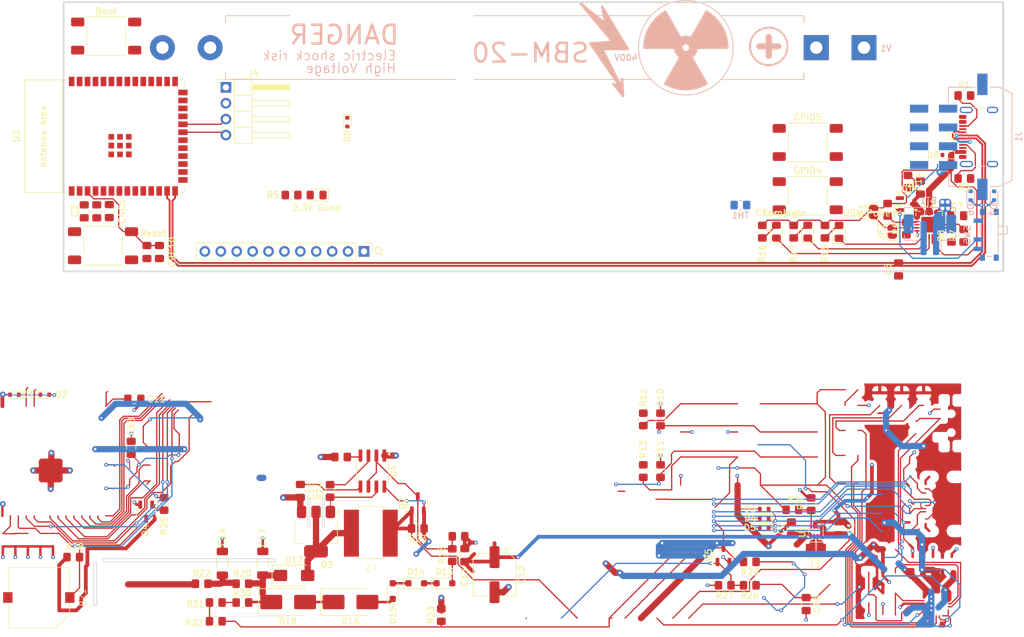
<source format=kicad_pcb>
(kicad_pcb (version 20241229) (generator "pcbnew") (generator_version "9.0")
  (layers (0 "F.Cu" signal "Front") (2 "B.Cu" signal "Back") (13 "F.Paste" user) (15 "B.Paste" user) (5 "F.SilkS" user "F.Silkscreen") (7 "B.SilkS" user "B.Silkscreen") (1 "F.Mask" user) (3 "B.Mask" user) (25 "Edge.Cuts" user))
  (net 0 "")
  (net 1 "Vbat")
  (net 2 "GND")
  (net 3 "+3.3V")
  (net 4 "Net-(BZ1--)")
  (net 5 "Vbat_USB")
  (net 6 "VBUS")
  (net 7 "Net-(U3A-EN)")
  (net 8 "Net-(U3A-GPIO0{slash}BOOT)")
  (net 9 "Net-(C14-Pad1)")
  (net 10 "Net-(U4-CV)")
  (net 11 "Net-(C16-Pad1)")
  (net 12 "Vhigh")
  (net 13 "D+")
  (net 14 "D-")
  (net 15 "Net-(D11-A)")
  (net 16 "Net-(D12-A)")
  (net 17 "Net-(D13-K)")
  (net 18 "Net-(D14-K)")
  (net 19 "Net-(D15-K)")
  (net 20 "Net-(D16-K)")
  (net 21 "Net-(D17-A)")
  (net 22 "Net-(D9-A)")
  (net 23 "Net-(D12-K)")
  (net 24 "Net-(D10-A)")
  (net 25 "Net-(D10-K)")
  (net 26 "Net-(D11-K)")
  (net 27 "Net-(D13-A)")
  (net 28 "GPIO8")
  (net 29 "GPIO16{slash}U0CTS")
  (net 30 "UART0_TX")
  (net 31 "UART0_RX")
  (net 32 "GPIO15{slash}U0RTS")
  (net 33 "Trig_HV")
  (net 34 "GM_OUT")
  (net 35 "I_L_HV")
  (net 36 "Vhigh{slash}100")
  (net 37 "Net-(J3-CC2)")
  (net 38 "Net-(J3-CC1)")
  (net 41 "I2C_SDA")
  (net 42 "I2C_SCL")
  (net 43 "Net-(JP1-A)")
  (net 44 "Net-(U1-LX2)")
  (net 45 "Net-(U1-LX1)")
  (net 46 "Net-(Q4-B)")
  (net 47 "Net-(U1-FB)")
  (net 48 "Net-(U2-VPCC)")
  (net 49 "Net-(U2-PROG1)")
  (net 50 "Net-(U2-PROG3)")
  (net 51 "GPIO12")
  (net 52 "Net-(U4-Q)")
  (net 53 "Net-(R30-Pad2)")
  (net 54 "Net-(R31-Pad2)")
  (net 56 "Net-(U2-THERM)")
  (net 57 "Net-(Q1-S)")
  (net 58 "Net-(Q1-G)")
  (net 59 "Net-(Q3-B)")
  (net 60 "Net-(R22-Pad1)")
  (net 78 "GPIO1")
  (net 79 "GPIO9")
  (net 82 "Net-(U3A-GPIO10)")
  (net 83 "Net-(U3A-GPIO11)")
  (footprint "Espressif:ESP32-S3-WROOM-1" (layer "F.Cu") (at 90.75 61 90)
    (property "Reference" "U3")
    (property "Value" "ESP32-S3-WROOM-1_multi_unit")
  )
  (footprint "Diode_SMD:D_SOD-523" (layer "F.Cu") (at 193.05 122.05 180)
    (property "Reference" "D4")
    (property "Value" "SZESD5Z3.3T1G" (hide yes))
  )
  (footprint "CustomLib:Murata_DFE252012P" (layer "F.Cu") (at 201.3 127.132 180)
    (property "Reference" "L1")
    (property "Value" "1µH" (hide yes))
  )
  (footprint "Resistor_SMD:R_0805_2012Metric_Pad1.20x1.40mm_HandSolder" (layer "F.Cu") (at 197.55 120.682)
    (property "Reference" "R3")
    (property "Value" "511k" (hide yes))
  )
  (footprint "Resistor_SMD:R_0805_2012Metric_Pad1.20x1.40mm_HandSolder" (layer "F.Cu") (at 200.55 119.782 90)
    (property "Reference" "R4")
    (property "Value" "91k")
  )
  (footprint "Resistor_SMD:R_0805_2012Metric_Pad1.20x1.40mm_HandSolder" (layer "F.Cu") (at 137.75 123.675 180)
    (property "Reference" "R23")
    (property "Value" "8,2R")
  )
  (footprint "Diode_SMD:D_SOD-323_HandSoldering" (layer "F.Cu") (at 133.75 133.675 90)
    (property "Reference" "D15")
    (property "Value" "MM3Z20VT1G 20V" (hide yes))
  )
  (footprint "Resistor_SMD:R_0805_2012Metric_Pad1.20x1.40mm_HandSolder" (layer "F.Cu") (at 82.75 128.25)
    (property "Reference" "R28")
    (property "Value" "1k")
  )
  (footprint "Capacitor_SMD:C_0805_2012Metric_Pad1.18x1.45mm_HandSolder" (layer "F.Cu") (at 94.5 79.5 -90)
    (property "Reference" "C9")
    (property "Value" "1µF" (hide yes))
  )
  (footprint "Resistor_SMD:R_0805_2012Metric_Pad1.20x1.40mm_HandSolder" (layer "F.Cu") (at 225 67.75)
    (property "Reference" "R2")
    (property "Value" "5.1k")
  )
  (footprint "Capacitor_SMD:C_0805_2012Metric_Pad1.18x1.45mm_HandSolder" (layer "F.Cu") (at 88.5 72.9625 -90)
    (property "Reference" "C5")
    (property "Value" "0.1µF")
  )
  (footprint "Resistor_SMD:R_0805_2012Metric_Pad1.20x1.40mm_HandSolder" (layer "F.Cu") (at 224.9 76.9 90)
    (property "Reference" "R7")
    (property "Value" "10k" (hide yes))
  )
  (footprint "Capacitor_SMD:C_0805_2012Metric_Pad1.18x1.45mm_HandSolder" (layer "F.Cu") (at 223.85 73.7)
    (property "Reference" "C7")
    (property "Value" "4,7µF")
  )
  (footprint "Resistor_SMD:R_0805_2012Metric_Pad1.20x1.40mm_HandSolder" (layer "F.Cu") (at 190.75 129 180)
    (property "Reference" "R29")
    (property "Value" "10k")
  )
  (footprint "Resistor_SMD:R_0805_2012Metric_Pad1.20x1.40mm_HandSolder" (layer "F.Cu") (at 222.95 76.9 90)
    (property "Reference" "R8")
    (property "Value" "100k" (hide yes))
  )
  (footprint "Capacitor_SMD:C_1206_3216Metric_Pad1.33x1.80mm_HandSolder" (layer "F.Cu") (at 113 129.175 90)
    (property "Reference" "C17")
    (property "Value" "10nF 1kV")
  )
  (footprint "Capacitor_SMD:C_0805_2012Metric_Pad1.18x1.45mm_HandSolder" (layer "F.Cu") (at 96.5 79.5 -90)
    (property "Reference" "C10")
    (property "Value" "0.1µF" (hide yes))
  )
  (footprint "Connector_PinHeader_2.54mm:PinHeader_1x11_P2.54mm_Vertical" (layer "F.Cu") (at 129.16 79.4 -90)
    (property "Reference" "J2")
    (property "Value" "Debugpins")
  )
  (footprint "Capacitor_SMD:C_0805_2012Metric_Pad1.18x1.45mm_HandSolder" (layer "F.Cu") (at 199.75 135.75 -90)
    (property "Reference" "C16")
    (property "Value" "220pF")
  )
  (footprint "Connector_PinHeader_2.54mm:PinHeader_1x04_P2.54mm_Horizontal" (layer "F.Cu") (at 107.115 53.19)
    (property "Reference" "J4")
    (property "Value" "Femal Connector for LCD I2C backpack")
  )
  (footprint "Resistor_SMD:R_0805_2012Metric_Pad1.20x1.40mm_HandSolder" (layer "F.Cu") (at 197.75 76.25 90)
    (property "Reference" "R17")
    (property "Value" "470R" (hide yes))
  )
  (footprint "Resistor_SMD:R_0805_2012Metric_Pad1.20x1.40mm_HandSolder" (layer "F.Cu") (at 176.5 106.25 90)
    (property "Reference" "R10")
    (property "Value" "10k")
  )
  (footprint "Resistor_SMD:R_0805_2012Metric_Pad1.20x1.40mm_HandSolder" (layer "F.Cu") (at 173.75 106.25 -90)
    (property "Reference" "R12")
    (property "Value" "10k")
  )
  (footprint "Capacitor_SMD:CP_Elec_6.3x5.9" (layer "F.Cu") (at 150 131.05 -90)
    (property "Reference" "C12")
    (property "Value" "100µF")
  )
  (footprint "Jumper:SolderJumper-2_P1.3mm_Open_RoundedPad1.0x1.5mm" (layer "F.Cu") (at 213.5 76.25 90)
    (property "Reference" "JP2")
    (property "Value" "SolderJumper_2_Open" (hide yes))
  )
  (footprint "Diode_SMD:D_SOD-323_HandSoldering" (layer "F.Cu") (at 137.5 132.425)
    (property "Reference" "D14")
    (property "Value" "MM3Z20VT1G 20V" (hide yes))
  )
  (footprint "Capacitor_SMD:C_0805_2012Metric_Pad1.18x1.45mm_HandSolder" (layer "F.Cu") (at 92.5 103)
    (property "Reference" "C11")
    (property "Value" "0.1µF")
  )
  (footprint "Resistor_SMD:R_0805_2012Metric_Pad1.20x1.40mm_HandSolder" (layer "F.Cu") (at 125.5 112.25 180)
    (property "Reference" "R21" (hide yes))
    (property "Value" "100k")
  )
  (footprint "LED_SMD:LED_0805_2012Metric_Pad1.15x1.40mm_HandSolder" (layer "F.Cu") (at 121.6 70.4 180)
    (property "Reference" "D9" (hide yes))
    (property "Value" "3,3V Good")
  )
  (footprint "Resistor_SMD:R_0805_2012Metric_Pad1.20x1.40mm_HandSolder" (layer "F.Cu") (at 117.6 70.4)
    (property "Reference" "R5")
    (property "Value" "100R")
  )
  (footprint "Resistor_SMD:R_0805_2012Metric_Pad1.20x1.40mm_HandSolder" (layer "F.Cu") (at 105.5 135.5 180)
    (property "Reference" "R31")
    (property "Value" "1M")
  )
  (footprint "Resistor_SMD:R_0805_2012Metric_Pad1.20x1.40mm_HandSolder" (layer "F.Cu") (at 123.75 117.675 90)
    (property "Reference" "R24")
    (property "Value" "1,5k" (hide yes))
  )
  (footprint "Capacitor_SMD:C_0805_2012Metric_Pad1.18x1.45mm_HandSolder" (layer "F.Cu") (at 218 69.2125 90)
    (property "Reference" "C8")
    (property "Value" "4,7µF")
  )
  (footprint "Resistor_SMD:R_0805_2012Metric_Pad1.20x1.40mm_HandSolder" (layer "F.Cu") (at 105.5 138.5)
    (property "Reference" "R32")
    (property "Value" "1M")
  )
  (footprint "Capacitor_SMD:C_0805_2012Metric_Pad1.18x1.45mm_HandSolder" (layer "F.Cu") (at 86.5 73 -90)
    (property "Reference" "C4")
    (property "Value" "0.1µF")
  )
  (footprint "Connector_USB:USB_C_Receptacle_GCT_USB4105-xx-A_16P_TopMnt_Horizontal" (layer "F.Cu") (at 228.425 61.12 90)
    (property "Reference" "J3")
    (property "Value" "USB-TYPE-C-018")
  )
  (footprint "Resistor_SMD:R_0805_2012Metric_Pad1.20x1.40mm_HandSolder" (layer "F.Cu") (at 212.75 72.75 -90)
    (property "Reference" "R9")
    (property "Value" "330k" (hide yes))
  )
  (footprint "Resistor_SMD:R_0805_2012Metric_Pad1.20x1.40mm_HandSolder" (layer "F.Cu") (at 186.75 132.75 180)
    (property "Reference" "R27")
    (property "Value" "100k")
  )
  (footprint "Diode_SMD:D_SMA" (layer "F.Cu") (at 118 131.175)
    (property "Reference" "D17")
    (property "Value" "RS1M")
  )
  (footprint "Resistor_SMD:R_0805_2012Metric_Pad1.20x1.40mm_HandSolder" (layer "F.Cu") (at 192.75 76.25 -90)
    (property "Reference" "R16")
    (property "Value" "470R" (hide yes))
  )
  (footprint "Package_TO_SOT_SMD:SOT-23-3" (layer "F.Cu") (at 215.85 71.8375)
    (property "Reference" "Q1")
    (property "Value" "IRLML6402TRPBF")
  )
  (footprint "Package_SO:SOIC-8_3.9x4.9mm_P1.27mm" (layer "F.Cu") (at 130.5 114.5 -90)
    (property "Reference" "U4")
    (property "Value" "ICM7555IBAZ" (hide yes))
  )
  (footprint "Resistor_SMD:R_0805_2012Metric_Pad1.20x1.40mm_HandSolder" (layer "F.Cu") (at 173.75 114.5 -90)
    (property "Reference" "R13")
    (property "Value" "10k")
  )
  (footprint "Diode_SMD:D_SOD-523" (layer "F.Cu") (at 73.35 102.3 180)
    (property "Reference" "D1")
    (property "Value" "SZESD5Z3.3T1G" (hide yes))
  )
  (footprint "LED_SMD:LED_0805_2012Metric_Pad1.15x1.40mm_HandSolder" (layer "F.Cu") (at 200 76.25 90)
    (property "Reference" "D12" (hide yes))
    (property "Value" "Complete")
  )
  (footprint "Resistor_SMD:R_0805_2012Metric_Pad1.20x1.40mm_HandSolder" (layer "F.Cu") (at 225 54.5)
    (property "Reference" "R1")
    (property "Value" "5.1k")
  )
  (footprint "Resistor_SMD:R_0805_2012Metric_Pad1.20x1.40mm_HandSolder" (layer "F.Cu") (at 103.25 132.5)
    (property "Reference" "R22")
    (property "Value" "4,7M")
  )
  (footprint "Diode_SMD:D_SMB_Handsoldering" (layer "F.Cu") (at 117.05 135.425)
    (property "Reference" "D18")
    (property "Value" "1SMB5956BT3G 200V" (hide yes))
  )
  (footprint "CustomLib:CMI-9705-0380" (layer "F.Cu") (at 72.3 134.7 90)
    (property "Reference" "BZ1")
    (property "Value" "Buzzer" (hide yes))
  )
  (footprint "Resistor_SMD:R_0805_2012Metric_Pad1.20x1.40mm_HandSolder" (layer "F.Cu") (at 190.75 132.75 180)
    (property "Reference" "R26")
    (property "Value" "22k" (hide yes))
  )
  (footprint "Resistor_SMD:R_0805_2012Metric_Pad1.20x1.40mm_HandSolder" (layer "F.Cu") (at 216 68.25 -90)
    (property "Reference" "R14")
    (property "Value" "10k")
  )
  (footprint "Button_Switch_SMD:SW_Push_1P1T_NO_E-Switch_TL3301NxxxxxG" (layer "F.Cu") (at 88 45)
    (property "Reference" "SW4" (hide yes))
    (property "Value" "Boot")
  )
  (footprint "Diode_SMD:D_SOD-523" (layer "F.Cu") (at 193.05 120.55 180)
    (property "Reference" "D3")
    (property "Value" "SZESD5Z3.3T1G" (hide yes))
  )
  (footprint "Package_TO_SOT_SMD:SOT-23-3" (layer "F.Cu") (at 186.55 127.8875 90)
    (property "Reference" "Q5")
    (property "Value" "MMBT3904")
  )
  (footprint "CustomLib:Inductor_wuerth_74404086103" (layer "F.Cu") (at 130.25 124.425 180)
    (property "Reference" "L2")
    (property "Value" "10mH")
  )
  (footprint "Resistor_SMD:R_0805_2012Metric_Pad1.20x1.40mm_HandSolder" (layer "F.Cu") (at 144.25 124.925)
    (property "Reference" "R19" (hide yes))
    (property "Value" "560k")
  )
  (footprint "Resistor_SMD:R_0805_2012Metric_Pad1.20x1.40mm_HandSolder" (layer "F.Cu") (at 202.75 76.25 90)
    (property "Reference" "R15")
    (property "Value" "470R" (hide yes))
  )
  (footprint "Resistor_SMD:R_0805_2012Metric_Pad1.20x1.40mm_HandSolder" (layer "F.Cu") (at 176.5 114.5 90)
    (property "Reference" "R11")
    (property "Value" "10k")
  )
  (footprint "Package_DFN_QFN:QFN-20-1EP_4x4mm_P0.5mm_EP2.5x2.5mm" (layer "F.Cu") (at 219.375 75.125)
    (property "Reference" "U2")
    (property "Value" "MCP73871-2AA" (hide yes))
  )
  (footprint "Resistor_SMD:R_0805_2012Metric_Pad1.20x1.40mm_HandSolder" (layer "F.Cu") (at 141.5 137.5 90)
    (property "Reference" "R33")
    (property "Value" "18k")
  )
  (footprint "Package_TO_SOT_SMD:SOT-23-3" (layer "F.Cu") (at 94.3875 121 -90)
    (property "Reference" "Q4")
    (property "Value" "MMBT3904")
  )
  (footprint "Button_Switch_SMD:SW_Push_1P1T_NO_E-Switch_TL3301NxxxxxG" (layer "F.Cu") (at 200 62)
    (property "Reference" "SW2" (hide yes))
    (property "Value" "GPIO5")
  )
  (footprint "LED_SMD:LED_0805_2012Metric_Pad1.15x1.40mm_HandSolder" (layer "F.Cu") (at 195 76.25 90)
    (property "Reference" "D11" (hide yes))
    (property "Value" "Charging")
  )
  (footprint "Diode_SMD:D_SOD-523" (layer "F.Cu") (at 78.2 102.3)
    (property "Reference" "D2")
    (property "Value" "SZESD5Z3.3T1G" (hide yes))
  )
  (footprint "Package_TO_SOT_SMD:SOT-583-8" (layer "F.Cu") (at 201.3 124.132 90)
    (property "Reference" "U1")
    (property "Value" "TPS631000DRLR" (hide yes))
  )
  (footprint "Capacitor_SMD:C_0805_2012Metric_Pad1.18x1.45mm_HandSolder" (layer "F.Cu") (at 204.9 123.632 90)
    (property "Reference" "C1")
    (property "Value" "22µF" (hide yes))
  )
  (footprint "Resistor_SMD:R_0805_2012Metric_Pad1.20x1.40mm_HandSolder" (layer "F.Cu") (at 97.25 119.75 90)
    (property "Reference" "R25")
    (property "Value" "1k")
  )
  (footprint "Button_Switch_SMD:SW_Push_1P1T_NO_E-Switch_TL3301NxxxxxG" (layer "F.Cu") (at 87.5 78.5)
    (property "Reference" "SW3" (hide yes))
    (property "Value" "Reset")
  )
  (footprint "Capacitor_SMD:C_0805_2012Metric_Pad1.18x1.45mm_HandSolder" (layer "F.Cu") (at 197.4 123.6695 90)
    (property "Reference" "C2")
    (property "Value" "47µF" (hide yes))
  )
  (footprint "Capacitor_SMD:C_0805_2012Metric_Pad1.18x1.45mm_HandSolder" (layer "F.Cu") (at 92 110.7875 90)
    (property "Reference" "C18")
    (property "Value" "0.1µF")
  )
  (footprint "Capacitor_SMD:C_0805_2012Metric_Pad1.18x1.45mm_HandSolder" (layer "F.Cu") (at 84.5 73 -90)
    (property "Reference" "C3")
    (property "Value" "10µF")
  )
  (footprint "Diode_SMD:D_SOD-323_HandSoldering" (layer "F.Cu") (at 142 132.425)
    (property "Reference" "D13")
    (property "Value" "MM3Z20VT1G 20V" (hide yes))
  )
  (footprint "Capacitor_SMD:C_0805_2012Metric_Pad1.18x1.45mm_HandSolder" (layer "F.Cu") (at 145.25 127.925 90)
    (property "Reference" "C13")
    (property "Value" "0.1µF")
  )
  (footprint "LED_SMD:LED_0805_2012Metric_Pad1.15x1.40mm_HandSolder" (layer "F.Cu") (at 205 76.275 90)
    (property "Reference" "D10" (hide yes))
    (property "Value" "USB Power")
  )
  (footprint "Resistor_SMD:R_0805_2012Metric_Pad1.20x1.40mm_HandSolder" (layer "F.Cu") (at 215.75 75.75 90)
    (property "Reference" "R6")
    (property "Value" "120k" (hide yes))
  )
  (footprint "Resistor_SMD:R_0805_2012Metric_Pad1.20x1.40mm_HandSolder" (layer "F.Cu") (at 143.25 127.925 90)
    (property "Reference" "R18")
    (property "Value" "100k")
  )
  (footprint "Diode_SMD:D_SOD-523" (layer "F.Cu") (at 193.05 123.55 180)
    (property "Reference" "D5")
    (property "Value" "SZESD5Z3.3T1G" (hide yes))
  )
  (footprint "Capacitor_SMD:C_1206_3216Metric_Pad1.33x1.80mm_HandSolder" (layer "F.Cu") (at 106.5 129.29375 -90)
    (property "Reference" "C14")
    (property "Value" "10nF 1kV")
  )
  (footprint "Diode_SMD:D_SOD-523" (layer "F.Cu") (at 126.5 58.75 -90)
    (property "Reference" "D8")
    (property "Value" "LESD5D5.0CT1G")
  )
  (footprint "Button_Switch_SMD:SW_Push_1P1T_NO_E-Switch_TL3301NxxxxxG" (layer "F.Cu") (at 200 70.5 180)
    (property "Reference" "SW1" (hide yes))
    (property "Value" "GPIO4")
  )
  (footprint "Resistor_SMD:R_0805_2012Metric_Pad1.20x1.40mm_HandSolder" (layer "F.Cu") (at 109.75 132.5)
    (property "Reference" "R20")
    (property "Value" "1M")
  )
  (footprint "Diode_SMD:D_SMB_Handsoldering" (layer "F.Cu") (at 127 135.425)
    (property "Reference" "D16")
    (property "Value" "1SMB5956BT3G 200V" (hide yes))
  )
  (footprint "Capacitor_SMD:C_0805_2012Metric_Pad1.18x1.45mm_HandSolder" (layer "F.Cu") (at 119 117.675 -90)
    (property "Reference" "C15")
    (property "Value" "10nF")
  )
  (footprint "Package_TO_SOT_SMD:SOT-23-3" (layer "F.Cu") (at 137.75 119.675 90)
    (property "Reference" "Q2")
    (property "Value" "BCW68")
  )
  (footprint "Capacitor_SMD:C_0805_2012Metric_Pad1.18x1.45mm_HandSolder" (layer "F.Cu") (at 214.5 82.2875 90)
    (property "Reference" "C6")
    (property "Value" "10µF")
  )
  (footprint "Diode_SMD:D_SOD-523" (layer "F.Cu") (at 222.2 64 180)
    (property "Reference" "D8")
    (property "Value" "SZESD5Z5.0T1G" (hide yes))
  )
  (footprint "Resistor_SMD:R_0805_2012Metric_Pad1.20x1.40mm_HandSolder" (layer "F.Cu") (at 109.75 135.5 180)
    (property "Reference" "R30")
    (property "Value" "1M")
  )
  (footprint "Jumper:SolderJumper-2_P1.3mm_Open_RoundedPad1.0x1.5mm" (layer "F.Cu") (at 210.5 73.1 90)
    (property "Reference" "JP1")
    (property "Value" "SolderJumper_2_Bridged" (hide yes))
  )
  (footprint "Package_TO_SOT_SMD:SOT-223-3_TabPin2" (layer "F.Cu") (at 121.5 124.175 -90)
    (property "Reference" "Q3")
    (property "Value" "PBHV8560Z")
  )
  (footprint "CustomLib:SBM-20" (layer "B.Cu") (at 208.98 46.849092 180)
    (property "Reference" "V1")
    (property "Value" "SMB20")
  )
  (footprint "Connector_Molex:Molex_Micro-Fit_3.0_43045-0810_2x04-1MP_P3.00mm_Horizontal" (layer "B.Cu") (at 220.095 61.1 90)
    (property "Reference" "J1")
    (property "Value" "Molex Micro Fit")
  )
  (footprint "Resistor_SMD:R_0805_2012Metric_Pad1.20x1.40mm_HandSolder" (layer "B.Cu") (at 189.25 72)
    (property "Reference" "TH1")
    (property "Value" "10k NTC" (hide yes))
  )
  (footprint "Diode_SMD:D_SOD-523" (layer "B.Cu") (at 226 70.5 90)
    (property "Reference" "D6")
    (property "Value" "SZESD5Z5.0T1G" (hide yes))
  )
  (footprint "Diode_SMD:D_SOD-523" (layer "B.Cu") (at 229.75 70.5 90)
    (property "Reference" "D7")
    (property "Value" "SZESD5Z5.0T1G" (hide yes))
  )
  (footprint "Button_Switch_SMD:SW_SPDT_PCM12" (layer "B.Cu") (at 228.67 76.75 -90)
    (property "Reference" "SW5")
    (property "Value" "SW_SPDT")
  )
  (footprint "Connector_JST:JST_PH_B2B-PH-SM4-TB_1x02-1MP_P2.00mm_Vertical" (layer "B.Cu") (at 219.5 76.75 180)
    (property "Reference" "BT1")
    (property "Value" "Battery_Cell")
  )
  (gr_line (start 108 137.25) (end 108 137.75) (stroke (width 0.0381)) (layer "Edge.Cuts"))
  (gr_line (start 115 129) (end 115 128.5) (stroke (width 0.1)) (layer "Edge.Cuts"))
  (gr_line (start 115 128.5) (end 87.5 128.5) (stroke (width 0.1)) (layer "Edge.Cuts"))
  (gr_line (start 87.5 129) (end 115 129) (stroke (width 0.1)) (layer "Edge.Cuts"))
  (gr_line (start 108 137.75) (end 116.75 137.75) (stroke (width 0.0381)) (layer "Edge.Cuts"))
  (gr_rect (start 81.2 39.6) (end 231.2 82.6) (stroke (width 0.254)) (fill no) (layer "Edge.Cuts"))
  (gr_line (start 86 136) (end 86.5 136) (stroke (width 0.1)) (layer "Edge.Cuts"))
  (gr_line (start 86 129) (end 86 136) (stroke (width 0.1)) (layer "Edge.Cuts"))
  (gr_rect (start 120.2 118.9) (end 120.55 123.4) (stroke (width 0.1)) (fill no) (layer "Edge.Cuts"))
  (gr_line (start 116.75 137.75) (end 116.75 137.25) (stroke (width 0.0381)) (layer "Edge.Cuts"))
  (gr_line (start 86.5 136) (end 86.5 129) (stroke (width 0.1)) (layer "Edge.Cuts"))
  (gr_line (start 87.5 129) (end 87.5 128.5) (stroke (width 0.1)) (layer "Edge.Cuts"))
  (gr_line (start 86.5 129) (end 86 129) (stroke (width 0.1)) (layer "Edge.Cuts"))
  (gr_rect (start 122.5 118.9) (end 122.85 123.4) (stroke (width 0.1)) (fill no) (layer "Edge.Cuts"))
  (gr_line (start 116.75 137.25) (end 108 137.25) (stroke (width 0.0381)) (layer "Edge.Cuts"))
  (segment (start 98.919 104.081) (end 99.5 104.081) (width 0.2) (layer "F.Cu") (net 0))
  (segment (start 76.523 123.319) (end 79.123846 123.319) (width 0.2) (layer "F.Cu") (net 0))
  (segment (start 101.25 106) (end 102.185 105.065) (width 0.2) (layer "F.Cu") (net 0))
  (segment (start 97.762251 116.251194) (end 97.762251 105.987749) (width 0.2) (layer "F.Cu") (net 0))
  (segment (start 79.178138 122.628) (end 82.534138 125.984) (width 0.2) (layer "F.Cu") (net 0))
  (segment (start 79.05 122.036) (end 82.67 125.656) (width 0.2) (layer "F.Cu") (net 0))
  (segment (start 89.30909 125.656) (end 94.487193 120.477897) (width 0.2) (layer "F.Cu") (net 0))
  (segment (start 94.487193 119.045054) (end 95.610247 117.922) (width 0.2) (layer "F.Cu") (net 0))
  (segment (start 79.05 121.65) (end 79.05 122.036) (width 0.2) (layer "F.Cu") (net 0))
  (segment (start 76.51 121.65) (end 76.51 122.036) (width 0.2) (layer "F.Cu") (net 0))
  (segment (start 96.83815 117.922) (end 98.290251 116.469899) (width 0.2) (layer "F.Cu") (net 0))
  (segment (start 99.486837 112.972) (end 101.25 111.208837) (width 0.2) (layer "F.Cu") (net 0))
  (segment (start 77.102 122.628) (end 79.178138 122.628) (width 0.2) (layer "F.Cu") (net 0))
  (segment (start 97.038679 105.425183) (end 97.038679 116.180645) (width 0.2) (layer "F.Cu") (net 0))
  (segment (start 79.123846 123.319) (end 79.152423 123.347577) (width 0.2) (layer "F.Cu") (net 0))
  (segment (start 75.24 121.65) (end 75.24 122.036) (width 0.2) (layer "F.Cu") (net 0))
  (segment (start 75.24 122.036) (end 76.523 123.319) (width 0.2) (layer "F.Cu") (net 0))
  (segment (start 82.534138 125.984) (end 89.516 125.984) (width 0.2) (layer "F.Cu") (net 0))
  (segment (start 101.25 111.208837) (end 101.25 106) (width 0.2) (layer "F.Cu") (net 0))
  (segment (start 92.644809 122.855191) (end 92.855191 122.855191) (width 0.2) (layer "F.Cu") (net 0))
  (segment (start 97.762251 105.237749) (end 98.919 104.081) (width 0.2) (layer "F.Cu") (net 0))
  (segment (start 98.290251 113.709749) (end 99.028 112.972) (width 0.2) (layer "F.Cu") (net 0))
  (segment (start 99.028 112.972) (end 99.486837 112.972) (width 0.2) (layer "F.Cu") (net 0))
  (segment (start 76.51 122.036) (end 77.102 122.628) (width 0.2) (layer "F.Cu") (net 0))
  (segment (start 97.762251 105.987749) (end 97.762251 105.237749) (width 0.2) (layer "F.Cu") (net 0))
  (segment (start 98.710862 103.753) (end 97.038679 105.425183) (width 0.2) (layer "F.Cu") (net 0))
  (segment (start 97.038679 116.180645) (end 97.035249 116.184075) (width 0.2) (layer "F.Cu") (net 0))
  (segment (start 97.035249 116.184075) (end 97.035249 116.249994) (width 0.2) (layer "F.Cu") (net 0))
  (segment (start 98.290251 116.469899) (end 98.290251 113.709749) (width 0.2) (layer "F.Cu") (net 0))
  (segment (start 82.67 125.656) (end 89.30909 125.656) (width 0.2) (layer "F.Cu") (net 0))
  (segment (start 95.610247 117.922) (end 96.83815 117.922) (width 0.2) (layer "F.Cu") (net 0))
  (segment (start 89.516 125.984) (end 92.644809 122.855191) (width 0.2) (layer "F.Cu") (net 0))
  (segment (start 94.487193 120.477897) (end 94.487193 119.045054) (width 0.2) (layer "F.Cu") (net 0))
  (via (at 92.855191 122.855191) (size 0.6) (drill 0.3) (layers "F.Cu" "B.Cu") (net 0))
  (via (at 97.035249 116.249994) (size 0.6) (drill 0.3) (layers "F.Cu" "B.Cu") (net 0))
  (via (at 97.762251 116.251194) (size 0.6) (drill 0.3) (layers "F.Cu" "B.Cu") (net 0))
  (via (at 79.152423 123.347577) (size 0.6) (drill 0.3) (layers "F.Cu" "B.Cu") (net 0))
  (segment (start 97.038679 118.671703) (end 92.855191 122.855191) (width 0.2) (layer "B.Cu") (net 0))
  (segment (start 93.116809 123.383191) (end 79.188037 123.383191) (width 0.2) (layer "B.Cu") (net 0))
  (segment (start 79.188037 123.383191) (end 79.152423 123.347577) (width 0.2) (layer "B.Cu") (net 0))
  (segment (start 97.038679 116.253424) (end 97.038679 118.671703) (width 0.2) (layer "B.Cu") (net 0))
  (segment (start 97.762251 118.737749) (end 93.116809 123.383191) (width 0.2) (layer "B.Cu") (net 0))
  (segment (start 97.762251 116.251194) (end 97.762251 118.737749) (width 0.2) (layer "B.Cu") (net 0))
  (segment (start 97.035249 116.249994) (end 97.038679 116.253424) (width 0.2) (layer "B.Cu") (net 0))
  (segment (start 221.753 133.747) (end 221.753 133.75) (width 1) (layer "F.Cu") (net 1))
  (segment (start 222.35 71.5) (end 221.5 71.5) (width 1) (layer "F.Cu") (net 1))
  (segment (start 221.3125 73.1875) (end 220.628 73.1875) (width 1) (layer "F.Cu") (net 1))
  (segment (start 204.672 139.078) (end 205.5 138.25) (width 0.2) (layer "F.Cu") (net 1))
  (segment (start 221.3125 73.1875) (end 221.3125 72.7375) (width 1) (layer "F.Cu") (net 1))
  (segment (start 221.3125 74.125) (end 221.3125 73.1875) (width 1) (layer "F.Cu") (net 1))
  (segment (start 222.35 71.5) (end 222.35 72.5) (width 1) (layer "F.Cu") (net 1))
  (segment (start 222 133.5) (end 222.4375 133.9375) (width 1) (layer "F.Cu") (net 1))
  (segment (start 222.4 72.55) (end 221.5 72.55) (width 1) (layer "F.Cu") (net 1))
  (segment (start 221.3125 74.125) (end 221.3125 74.372) (width 1) (layer "F.Cu") (net 1))
  (segment (start 222.4375 134.6875) (end 222.4375 135.1875) (width 0.15) (layer "F.Cu") (net 1))
  (segment (start 222 133.5) (end 221.753 133.747) (width 1) (layer "F.Cu") (net 1))
  (segment (start 176.998 139.078) (end 204.672 139.078) (width 0.2) (layer "F.Cu") (net 1))
  (segment (start 175.92 138) (end 176.998 139.078) (width 0.2) (layer "F.Cu") (net 1))
  (segment (start 221.3125 72.7375) (end 221.5 72.55) (width 1) (layer "F.Cu") (net 1))
  (segment (start 222 133) (end 223.25 131.75) (width 1) (layer "F.Cu") (net 1))
  (segment (start 222.4 72.55) (end 222.4 71.55) (width 1) (layer "F.Cu") (net 1))
  (segment (start 222 133.5) (end 222 133) (width 1) (layer "F.Cu") (net 1))
  (segment (start 222.4 71.55) (end 222.35 71.5) (width 1) (layer "F.Cu") (net 1))
  (segment (start 222.35 72.5) (end 222.4 72.55) (width 1) (layer "F.Cu") (net 1))
  (segment (start 221.5 72.55) (end 221.5 71.5) (width 1) (layer "F.Cu") (net 1))
  (segment (start 222.4375 133.9375) (end 222.4375 134.9345) (width 1) (layer "F.Cu") (net 1))
  (segment (start 223.25 131.75) (end 223.25 130.7875) (width 1) (layer "F.Cu") (net 1))
  (segment (start 221.5 133.75) (end 222.4375 134.6875) (width 0.15) (layer "F.Cu") (net 1))
  (via (at 222.35 71.5) (size 0.9) (drill 0.6) (layers "F.Cu" "B.Cu") (net 1))
  (via (at 222.4 72.55) (size 0.9) (drill 0.6) (layers "F.Cu" "B.Cu") (net 1))
  (via (at 221.5 71.5) (size 0.9) (drill 0.6) (layers "F.Cu" "B.Cu") (net 1))
  (via (at 205.5 138.25) (size 0.6) (drill 0.3) (layers "F.Cu" "B.Cu") (net 1))
  (via (at 222 133.5) (size 0.6) (drill 0.3) (layers "F.Cu" "B.Cu") (net 1))
  (via (at 221.5 72.55) (size 0.9) (drill 0.6) (layers "F.Cu" "B.Cu") (net 1))
  (segment (start 222.35 72.5) (end 222.4 72.55) (width 1) (layer "B.Cu") (net 1))
  (segment (start 221.5 72.55) (end 221.5 73) (width 1) (layer "B.Cu") (net 1))
  (segment (start 221.3125 73.1875) (end 220.5 74) (width 1) (layer "B.Cu") (net 1))
  (segment (start 222.4 72.55) (end 222.4 71.55) (width 1) (layer "B.Cu") (net 1))
  (segment (start 220.85 136.3) (end 221.822 135.328) (width 1) (layer "B.Cu") (net 1))
  (segment (start 219.75 131.25) (end 222 133.5) (width 0.2) (layer "B.Cu") (net 1))
  (segment (start 222.35 71.5) (end 222.35 72.5) (width 1) (layer "B.Cu") (net 1))
  (segment (start 222.4 72.55) (end 221.5 72.55) (width 1) (layer "B.Cu") (net 1))
  (segment (start 221.5 71.5) (end 221.5 72.55) (width 1) (layer "B.Cu") (net 1))
  (segment (start 222.4 71.55) (end 222.35 71.5) (width 1) (layer "B.Cu") (net 1))
  (segment (start 221.822 135.328) (end 221.822 133.5) (width 1) (layer "B.Cu") (net 1))
  (segment (start 212.5 131.25) (end 219.75 131.25) (width 0.2) (layer "B.Cu") (net 1))
  (segment (start 205.5 138.25) (end 212.5 131.25) (width 0.2) (layer "B.Cu") (net 1))
  (segment (start 221.5 73) (end 221.472 73.028) (width 1) (layer "B.Cu") (net 1))
  (segment (start 221.472 73.028) (end 221.472 75.972) (width 1) (layer "B.Cu") (net 1))
  (segment (start 220.5 74) (end 220.5 77.25) (width 1) (layer "B.Cu") (net 1))
  (segment (start 222.35 71.5) (end 221.5 71.5) (width 1) (layer "B.Cu") (net 1))
  (segment (start 220 128.2125) (end 220 126.75) (width 0.4) (layer "F.Cu") (net 2))
  (segment (start 116.2875 118.7125) (end 116.25 118.75) (width 1) (layer "F.Cu") (net 2))
  (segment (start 216.25 126.223295) (end 216.25 126.25) (width 0.2) (layer "F.Cu") (net 2))
  (segment (start 211.25 127) (end 210.5 126.25) (width 1) (layer "F.Cu") (net 2))
  (segment (start 192.35 122.05) (end 189.3 122.05) (width 0.127) (layer "F.Cu") (net 2))
  (segment (start 79.65 102.3) (end 79.7 102.35) (width 0.127) (layer "F.Cu") (net 2))
  (segment (start 155.101 138.051) (end 155.05 138) (width 0.2) (layer "F.Cu") (net 2))
  (segment (start 113 127.33125) (end 113 125.25) (width 0.4) (layer "F.Cu") (net 2))
  (segment (start 200.032 118.782) (end 200.4625 118.782) (width 0.4) (layer "F.Cu") (net 2))
  (segment (start 222.4375 137.559205) (end 222.371705 137.625) (width 0.2) (layer "F.Cu") (net 2))
  (segment (start 191 123.55) (end 190.9 123.65) (width 0.127) (layer "F.Cu") (net 2))
  (segment (start 210.25 118.027) (end 210.25 113.5) (width 0.6) (layer "F.Cu") (net 2))
  (segment (start 147 125.925) (end 146.25 125.925) (width 0.6) (layer "F.Cu") (net 2))
  (segment (start 150 133.85) (end 151.4 133.85) (width 1) (layer "F.Cu") (net 2))
  (segment (start 215.322 125.295295) (end 216.25 126.223295) (width 0.2) (layer "F.Cu") (net 2))
  (segment (start 212 127) (end 212 130.75) (width 0.6) (layer "F.Cu") (net 2))
  (segment (start 215.134 122.551) (end 215.333 122.75) (width 0.2) (layer "F.Cu") (net 2))
  (segment (start 147 125.925) (end 146.2125 125.925) (width 0.6) (layer "F.Cu") (net 2))
  (segment (start 151.4 133.85) (end 152.25 133) (width 1) (layer "F.Cu") (net 2))
  (segment (start 80.55 114.4) (end 82.2 114.4) (width 1) (layer "F.Cu") (net 2))
  (segment (start 179.7 108.25) (end 181.5 108.25) (width 0.2) (layer "F.Cu") (net 2))
  (segment (start 75.5 126.5375) (end 75.5 128.25) (width 0.4) (layer "F.Cu") (net 2))
  (segment (start 79.15 115.8) (end 78.5 115.8) (width 1) (layer "F.Cu") (net 2))
  (segment (start 71.5375 126.5375) (end 71.5 126.575) (width 0.4) (layer "F.Cu") (net 2))
  (segment (start 201.4055 122.5945) (end 201.4055 123.2475) (width 0.2) (layer "F.Cu") (net 2))
  (segment (start 192.35 120.55) (end 188.8 120.55) (width 0.127) (layer "F.Cu") (net 2))
  (segment (start 197.368 122.632) (end 194.25 125.75) (width 0.6) (layer "F.Cu") (net 2))
  (segment (start 79.75 115.8) (end 79.75 113) (width 1) (layer "F.Cu") (net 2))
  (segment (start 194.25 125.75) (end 193.75 126.25) (width 0.6) (layer "F.Cu") (net 2))
  (segment (start 216.25 122.7) (end 215.383 122.7) (width 0.4) (layer "F.Cu") (net 2))
  (segment (start 189.3 122.05) (end 189.275 122.025) (width 0.127) (layer "F.Cu") (net 2))
  (segment (start 199.75 136.7875) (end 199.75 138.25) (width 0.2) (layer "F.Cu") (net 2))
  (segment (start 91.75 114.3) (end 91.75 113.0896) (width 0.15) (layer "F.Cu") (net 2))
  (segment (start 197.4 122.632) (end 197.4 123.1) (width 0.2) (layer "F.Cu") (net 2))
  (segment (start 78.5 113) (end 79.75 113) (width 1) (layer "F.Cu") (net 2))
  (segment (start 188.8 116.75) (end 188.8 120.55) (width 1) (layer "F.Cu") (net 2))
  (segment (start 79.5 126.5375) (end 71.5375 126.5375) (width 0.4) (layer "F.Cu") (net 2))
  (segment (start 176.5 105.25) (end 176.5 103.75) (width 0.2) (layer "F.Cu") (net 2))
  (segment (start 91.75 113.0896) (end 91.4999 112.8395) (width 0.15) (layer "F.Cu") (net 2))
  (segment (start 188.8 115.3) (end 188.75 115.25) (width 0.2) (layer "F.Cu") (net 2))
  (segment (start 204.9 122.5945) (end 205.8445 122.5945) (width 1) (layer "F.Cu") (net 2))
  (segment (start 189.275 122.025) (end 190.9 123.65) (width 1) (layer "F.Cu") (net 2))
  (segment (start 119 118.7125) (end 119 120.825) (width 1) (layer "F.Cu") (net 2))
  (segment (start 212 130.75) (end 212 131.25) (width 0.4) (layer "F.Cu") (net 2))
  (segment (start 141.5 136.75) (end 141.5 134.75) (width 1) (layer "F.Cu") (net 2))
  (segment (start 93.5375 103.7125) (end 92.5 104.75) (width 0.4) (layer "F.Cu") (net 2))
  (segment (start 201.4055 122.5945) (end 201.128 122.872) (width 0.6) (layer "F.Cu") (net 2))
  (segment (start 216.75 128.2125) (end 216.75 126.75) (width 0.4) (layer "F.Cu") (net 2))
  (segment (start 79.25 111.6) (end 79.25 115.7) (width 1) (layer "F.Cu") (net 2))
  (segment (start 192.35 123.55) (end 191 123.55) (width 0.127) (layer "F.Cu") (net 2))
  (segment (start 71.43 102.32) (end 71.5 102.25) (width 0.6) (layer "F.Cu") (net 2))
  (segment (start 79.75 113) (end 80.55 113) (width 1) (layer "F.Cu") (net 2))
  (segment (start 113.078 115.578) (end 112.5 115.578) (width 1) (layer "F.Cu") (net 2))
  (segment (start 124.5 112.25) (end 122.25 112.25) (width 1) (layer "F.Cu") (net 2))
  (segment (start 187.275 129.025) (end 186.5 128.25) (width 0.2) (layer "F.Cu") (net 2))
  (segment (start 218.82 116.55) (end 218.82 116.005) (width 0.4) (layer "F.Cu") (net 2))
  (segment (start 71.5 102.25) (end 72.6 102.25) (width 0.127) (layer "F.Cu") (net 2))
  (segment (start 220.15 104.6) (end 219.5 105.25) (width 0.2) (layer "F.Cu") (net 2))
  (segment (start 80.55 115.8) (end 79.75 115.8) (width 1) (layer "F.Cu") (net 2))
  (segment (start 212 127) (end 211.25 127) (width 1) (layer "F.Cu") (net 2))
  (segment (start 215.3125 135.6875) (end 214.75 136.25) (width 0.4) (layer "F.Cu") (net 2))
  (segment (start 212 131.25) (end 213 132.25) (width 0.4) (layer "F.Cu") (net 2))
  (segment (start 209.75 135.55) (end 209.75 137.5) (width 0.2) (layer "F.Cu") (net 2))
  (segment (start 119 120.825) (end 119.2 121.025) (width 1) (layer "F.Cu") (net 2))
  (segment (start 204.9 122.5945) (end 201.4055 122.5945) (width 0.6) (layer "F.Cu") (net 2))
  (segment (start 146.25 125.925) (end 145.25 124.925) (width 0.6) (layer "F.Cu") (net 2))
  (segment (start 216.75 126.75) (end 216.25 126.25) (width 0.4) (layer "F.Cu") (net 2))
  (segment (start 71.43 121.65) (end 71.43 119.82) (width 0.4) (layer "F.Cu") (net 2))
  (segment (start 78.5 115.8) (end 77.75 115.8) (width 1) (layer "F.Cu") (net 2))
  (segment (start 215.134 120.216) (end 215.134 122.551) (width 0.2) (layer "F.Cu") (net 2))
  (segment (start 77.5 126.5375) (end 77.5 128.25) (width 0.4) (layer "F.Cu") (net 2))
  (segment (start 215.322 122.761) (end 215.322 125.295295) (width 0.2) (layer "F.Cu") (net 2))
  (segment (start 146.2125 125.925) (end 145.25 126.8875) (width 0.6) (layer "F.Cu") (net 2))
  (segment (start 209.5 118.777) (end 210.25 118.027) (width 0.6) (layer "F.Cu") (net 2))
  (segment (start 92 109.75) (end 92 108.5) (width 0.15) (layer "F.Cu") (net 2))
  (segment (start 72.6 102.25) (end 72.65 102.3) (width 0.127) (layer "F.Cu") (net 2))
  (segment (start 222.371705 137.625) (end 222.778 138.031295) (width 0.2) (layer "F.Cu") (net 2))
  (segment (start 212 137.4) (end 212 135.75) (width 0.2) (layer "F.Cu") (net 2))
  (segment (start 210.5 126.25) (end 208.375 128.375) (width 1) (layer "F.Cu") (net 2))
  (segment (start 215.6 119.75) (end 215.134 120.216) (width 0.2) (layer "F.Cu") (net 2))
  (segment (start 79.5 126.5375) (end 79.5 128.25) (width 0.4) (layer "F.Cu") (net 2))
  (segment (start 205.8445 122.5945) (end 206.5 123.25) (width 1) (layer "F.Cu") (net 2))
  (segment (start 134.225 112.025) (end 134.25 112) (width 1) (layer "F.Cu") (net 2))
  (segment (start 145.25 126.8875) (end 145.25 124.925) (width 0.6) (layer "F.Cu") (net 2))
  (segment (start 218.82 123.495) (end 219.395 124.07) (width 0.4) (layer "F.Cu") (net 2))
  (segment (start 188.8 120.55) (end 188.8 121.55) (width 1) (layer "F.Cu") (net 2))
  (segment (start 93.4375 119.8625) (end 92.8625 119.8625) (width 0.4) (layer "F.Cu") (net 2))
  (segment (start 188.8 116.75) (end 188.8 115.3) (width 0.2) (layer "F.Cu") (net 2))
  (segment (start 216.25 112.25) (end 217 111.5) (width 0.2) (layer "F.Cu") (net 2))
  (segment (start 179.7 115.3) (end 179.75 115.25) (width 0.2) (layer "F.Cu") (net 2))
  (segment (start 200.032 118.782) (end 198.75 117.5) (width 0.4) (layer "F.Cu") (net 2))
  (segment (start 185.75 132.75) (end 184 132.75) (width 0.2) (layer "F.Cu") (net 2))
  (segment (start 216.25 116.85) (end 215.322 115.922) (width 0.2) (layer "F.Cu") (net 2))
  (segment (start 78.5 113) (end 78.5 115.8) (width 1) (layer "F.Cu") (net 2))
  (segment (start 79.25 115.7) (end 79.15 115.8) (width 1) (layer "F.Cu") (net 2))
  (segment (start 215.383 122.7) (end 215.333 122.75) (width 0.4) (layer "F.Cu") (net 2))
  (segment (start 218.5625 135.6875) (end 215.3125 135.6875) (width 0.4) (layer "F.Cu") (net 2))
  (segment (start 77.75 114.4) (end 76.35 114.4) (width 1) (layer "F.Cu") (net 2))
  (segment (start 187.5 129.025) (end 187.275 129.025) (width 0.2) (layer "F.Cu") (net 2))
  (segment (start 176.5 113.5) (end 176.5 112) (width 0.2) (layer "F.Cu") (net 2))
  (segment (start 197.4 122.632) (end 197.368 122.632) (width 0.2) (layer "F.Cu") (net 2))
  (segment (start 208 104) (end 209.75 104) (width 0.2) (layer "F.Cu") (net 2))
  (segment (start 179.7 116.75) (end 179.7 115.3) (width 0.2) (layer "F.Cu") (net 2))
  (segment (start 79.15 115.8) (end 79.15 117.35) (width 1) (layer "F.Cu") (net 2))
  (segment (start 77.75 115.8) (end 77.75 113) (width 1) (layer "F.Cu") (net 2))
  (segment (start 71.43 104.15) (end 71.43 102.32) (width 0.6) (layer "F.Cu") (net 2))
  (segment (start 188.8 108.25) (end 187.25 108.25) (width 0.2) (layer "F.Cu") (net 2))
  (segment (start 71.5 126.575) (end 71.5 128.25) (width 0.4) (layer "F.Cu") (net 2))
  (segment (start 200.55 118.782) (end 200.032 118.782) (width 0.4) (layer "F.Cu") (net 2))
  (segment (start 215.322 114.178) (end 216.25 113.25) (width 0.2) (layer "F.Cu") (net 2))
  (segment (start 204.9 121.427) (end 204.25 120.777) (width 0.6) (layer "F.Cu") (net 2))
  (segment (start 78.9 102.3) (end 79.65 102.3) (width 0.127) (layer "F.Cu") (net 2))
  (segment (start 193.75 126.25) (end 193.75 126.5) (width 0.4) (layer "F.Cu") (net 2))
  (segment (start 221.5 137.625) (end 222.371705 137.625) (width 0.2) (layer "F.Cu") (net 2))
  (segment (start 73.5 126.5375) (end 73.5 128.25) (width 0.4) (layer "F.Cu") (net 2))
  (segment (start 77.75 113) (end 78.5 113) (width 1) (layer "F.Cu") (net 2))
  (segment (start 201.128 122.872) (end 201.128 123.392) (width 0.6) (layer "F.Cu") (net 2))
  (segment (start 201.4055 123.2475) (end 201.55 123.392) (width 0.2) (layer "F.Cu") (net 2))
  (segment (start 215.333 122.75) (end 215.322 122.761) (width 0.2) (layer "F.Cu") (net 2))
  (segment (start 79.75 115.8) (end 79.15 115.8) (width 1) (layer "F.Cu") (net 2))
  (segment (start 222.4375 136.6875) (end 222.4375 137.559205) (width 0.2) (layer "F.Cu") (net 2))
  (segment (start 222.778 139.144) (end 222.722 139.2) (width 0.2) (layer "F.Cu") (net 2))
  (segment (start 92.8625 119.8625) (end 92.5 119.5) (width 0.4) (layer "F.Cu") (net 2))
  (segment (start 218.82 116.005) (end 219.395 115.43) (width 0.4) (layer "F.Cu") (net 2))
  (segment (start 169.25 130.75) (end 167.75 129.25) (width 1) (layer "F.Cu") (net 2))
  (segment (start 188.8 121.55) (end 189.275 122.025) (width 1) (layer "F.Cu") (net 2))
  (segment (start 170 130.75) (end 169.25 130.75) (width 1) (layer "F.Cu") (net 2))
  (segment (start 71.43 119.82) (end 71.5 119.75) (width 0.4) (layer "F.Cu") (net 2))
  (segment (start 200.4625 118.782) (end 200.55 118.8695) (width 0.4) (layer "F.Cu") (net 2))
  (segment (start 132.405 112.025) (end 134.225 112.025) (width 1) (layer "F.Cu") (net 2))
  (segment (start 215.322 115.922) (end 215.322 114.178) (width 0.2) (layer "F.Cu") (net 2))
  (segment (start 218.82 122.95) (end 218.82 123.495) (width 0.4) (layer "F.Cu") (net 2))
  (segment (start 216.25 113.25) (end 216.25 112.25) (width 0.2) (layer "F.Cu") (net 2))
  (segment (start 221.14 104.6) (end 220.15 104.6) (width 0.2) (layer "F.Cu") (net 2))
  (segment (start 190.9 123.65) (end 193.75 126.5) (width 1) (layer "F.Cu") (net 2))
  (segment (start 141.5 136.5) (end 141.5 136.75) (width 1) (layer "F.Cu") (net 2))
  (segment (start 106.55 125.25) (end 106.55 127.35) (width 0.4) (layer "F.Cu") (net 2))
  (segment (start 204.9 122.5945) (end 204.9 121.427) (width 0.6) (layer "F.Cu") (net 2))
  (segment (start 222.778 138.031295) (end 222.778 139.144) (width 0.2) (layer "F.Cu") (net 2))
  (segment (start 119 118.7125) (end 116.2875 118.7125) (width 1) (layer "F.Cu") (net 2))
  (segment (start 93.5375 103) (end 93.5375 103.7125) (width 0.4) (layer "F.Cu") (net 2))
  (segment (start 80.55 113) (end 80.55 115.8) (width 1) (layer "F.Cu") (net 2))
  (via (at 152.25 133) (size 0.9) (drill 0.4) (layers "F.Cu" "B.Cu") (net 2))
  (via (at 198.75 117.5) (size 0.6) (drill 0.3) (layers "F.Cu" "B.Cu") (net 2))
  (via (at 219.5 105.25) (size 0.6) (drill 0.3) (layers "F.Cu" "B.Cu") (net 2))
  (via (at 76.35 114.4) (size 0.9) (drill 0.4) (layers "F.Cu" "B.Cu") (net 2))
  (via (at 219.722 134.6) (size 0.6) (drill 0.3) (layers "F.Cu" "B.Cu") (net 2))
  (via (at 186.5 128.25) (size 0.6) (drill 0.3) (layers "F.Cu" "B.Cu") (net 2))
  (via (at 184 132.75) (size 0.6) (drill 0.3) (layers "F.Cu" "B.Cu") (net 2))
  (via (at 92 108.5) (size 0.6) (drill 0.3) (layers "F.Cu" "B.Cu") (net 2))
  (via (at 79.25 111.6) (size 0.9) (drill 0.4) (layers "F.Cu" "B.Cu") (net 2))
  (via (at 82.2 114.4) (size 0.9) (drill 0.4) (layers "F.Cu" "B.Cu") (net 2))
  (via (at 209.5 118.777) (size 0.6) (drill 0.3) (layers "F.Cu" "B.Cu") (net 2))
  (via (at 77.5 128.25) (size 0.6) (drill 0.3) (layers "F.Cu" "B.Cu") (net 2))
  (via (at 71.5 119.75) (size 0.9) (drill 0.4) (layers "F.Cu" "B.Cu") (net 2))
  (via (at 106.55 125.25) (size 0.6) (drill 0.3) (layers "F.Cu" "B.Cu") (net 2))
  (via (at 79.7 102.35) (size 0.6) (drill 0.3) (layers "F.Cu" "B.Cu") (net 2))
  (via (at 212 135.75) (size 0.6) (drill 0.3) (layers "F.Cu" "B.Cu") (net 2))
  (via (at 199.75 138.25) (size 0.6) (drill 0.3) (layers "F.Cu" "B.Cu") (net 2))
  (via (at 213 132.25) (size 0.6) (drill 0.3) (layers "F.Cu" "B.Cu") (net 2))
  (via (at 219.722 136.75) (size 0.6) (drill 0.3) (layers "F.Cu" "B.Cu") (net 2))
  (via (at 222.722 139.2) (size 0.6) (drill 0.3) (layers "F.Cu" "B.Cu") (net 2))
  (via (at 206.5 123.25) (size 0.6) (drill 0.3) (layers "F.Cu" "B.Cu") (net 2))
  (via (at 176.5 112) (size 0.6) (drill 0.3) (layers "F.Cu" "B.Cu") (net 2))
  (via (at 179.75 115.25) (size 0.6) (drill 0.3) (layers "F.Cu" "B.Cu") (net 2))
  (via (at 176.5 103.75) (size 0.6) (drill 0.3) (layers "F.Cu" "B.Cu") (net 2))
  (via (at 92.5 119.5) (size 0.6) (drill 0.3) (layers "F.Cu" "B.Cu") (net 2))
  (via (at 170 130.75) (size 0.9) (drill 0.4) (layers "F.Cu" "B.Cu") (net 2))
  (via (at 209.75 104) (size 0.6) (drill 0.3) (layers "F.Cu" "B.Cu") (net 2))
  (via (at 73.5 128.25) (size 0.6) (drill 0.3) (layers "F.Cu" "B.Cu") (net 2))
  (via (at 91.4999 112.8395) (size 0.6) (drill 0.3) (layers "F.Cu" "B.Cu") (net 2))
  (via (at 79.5 128.25) (size 0.6) (drill 0.3) (layers "F.Cu" "B.Cu") (net 2))
  (via (at 75.5 128.25) (size 0.6) (drill 0.3) (layers "F.Cu" "B.Cu") (net 2))
  (via (at 147 125.925) (size 0.6) (drill 0.3) (layers "F.Cu" "B.Cu") (net 2))
  (via (at 210.25 113.5) (size 0.6) (drill 0.3) (layers "F.Cu" "B.Cu") (net 2))
  (via (at 141.5 134.75) (size 0.9) (drill 0.4) (layers "F.Cu" "B.Cu") (net 2))
  (via (at 217 111.5) (size 0.6) (drill 0.3) (layers "F.Cu" "B.Cu") (net 2))
  (via (at 113 125.25) (size 0.6) (drill 0.3) (layers "F.Cu" "B.Cu") (net 2))
  (via (at 181.5 108.25) (size 0.6) (drill 0.3) (layers "F.Cu" "B.Cu") (net 2))
  (via (at 219.722 136) (size 0.6) (drill 0.3) (layers "F.Cu" "B.Cu") (net 2))
  (via (at 122.25 112.25) (size 0.9) (drill 0.4) (layers "F.Cu" "B.Cu") (net 2))
  (via (at 219.722 135.25) (size 0.6) (drill 0.3) (layers "F.Cu" "B.Cu") (net 2))
  (via (at 220 126.75) (size 0.6) (drill 0.3) (layers "F.Cu" "B.Cu") (net 2))
  (via (at 214.75 136.25) (size 0.6) (drill 0.3) (layers "F.Cu" "B.Cu") (net 2))
  (via (at 188.75 115.25) (size 0.6) (drill 0.3) (layers "F.Cu" "B.Cu") (net 2))
  (via (at 71.5 102.25) (size 0.9) (drill 0.4) (layers "F.Cu" "B.Cu") (net 2))
  (via (at 187.25 108.25) (size 0.6) (drill 0.3) (layers "F.Cu" "B.Cu") (net 2))
  (via (at 209.75 137.5) (size 0.6) (drill 0.3) (layers "F.Cu" "B.Cu") (net 2))
  (via (at 210.5 126.25) (size 0.6) (drill 0.3) (layers "F.Cu" "B.Cu") (net 2))
  (via (at 204.25 120.777) (size 0.6) (drill 0.3) (layers "F.Cu" "B.Cu") (net 2))
  (via (at 193.75 126.5) (size 0.9) (drill 0.4) (layers "F.Cu" "B.Cu") (net 2))
  (via (at 92.5 104.75) (size 0.6) (drill 0.3) (layers "F.Cu" "B.Cu") (net 2))
  (via (at 215.333 122.75) (size 0.6) (drill 0.3) (layers "F.Cu" "B.Cu") (net 2))
  (via (at 116.25 118.75) (size 0.9) (drill 0.4) (layers "F.Cu" "B.Cu") (net 2))
  (via (at 208.375 128.375) (size 0.9) (drill 0.4) (layers "F.Cu" "B.Cu") (net 2))
  (via (at 79.15 117.35) (size 0.9) (drill 0.4) (layers "F.Cu" "B.Cu") (net 2))
  (via (at 167.75 129.25) (size 0.9) (drill 0.4) (layers "F.Cu" "B.Cu") (net 2))
  (via (at 71.5 128.25) (size 0.6) (drill 0.3) (layers "F.Cu" "B.Cu") (net 2))
  (via (at 134.25 112) (size 0.9) (drill 0.4) (layers "F.Cu" "B.Cu") (net 2))
  (via (at 216.75 127.25) (size 0.6) (drill 0.3) (layers "F.Cu" "B.Cu") (net 2))
  (segment (start 206 119.25) (end 209 119.25) (width 0.6) (layer "B.Cu") (net 2))
  (segment (start 218.85 136.3) (end 219.672 136.3) (width 1) (layer "B.Cu") (net 2))
  (segment (start 217.751 138.999) (end 219.722 138.999) (width 1) (layer "B.Cu") (net 2))
  (segment (start 219.1 136.3) (end 219.1 137.15) (width 0.2) (layer "B.Cu") (net 2))
  (segment (start 204.25 120.777) (end 205.277 119.75) (width 0.6) (layer "B.Cu") (net 2))
  (segment (start 219.722 134.6) (end 219.722 133.75) (width 1) (layer "B.Cu") (net 2))
  (segment (start 207 127.75) (end 189.75 127.75) (width 1) (layer "B.Cu") (net 2))
  (segment (start 219.722 135.25) (end 219.722 134.75) (width 1) (layer "B.Cu") (net 2))
  (segment (start 215.333 122.632) (end 213.951 121.25) (width 0.2) (layer "B.Cu") (net 2))
  (segment (start 219.722 135.25) (end 219.722 135.5) (width 1) (layer "B.Cu") (net 2))
  (segment (start 218.85 136.3) (end 218.85 137.9) (width 1) (layer "B.Cu") (net 2))
  (segment (start 205.277 119.75) (end 205.5 119.75) (width 0.6) (layer "B.Cu") (net 2))
  (segment (start 218.85 136.3) (end 216.7 136.3) (width 1) (layer "B.Cu") (net 2))
  (segment (start 216.7 136.3) (end 215.75 137.25) (width 1) (layer "B.Cu") (net 2))
  (segment (start 219.722 136.75) (end 219.722 138.691461) (width 1) (layer "B.Cu") (net 2))
  (segment (start 209 119.25) (end 209.473 118.777) (width 0.6) (layer "B.Cu") (net 2))
  (segment (start 209.473 118.777) (end 209.5 118.777) (width 0.6) (layer "B.Cu") (net 2))
  (segment (start 71.6 102.35) (end 71.5 102.25) (width 0.127) (layer "B.Cu") (net 2))
  (segment (start 219.672 136.3) (end 219.722 136.25) (width 1) (layer "B.Cu") (net 2))
  (segment (start 220.116078 138.999) (end 220.308539 139.191461) (width 0.2) (layer "B.Cu") (net 2))
  (segment (start 205.5 119.75) (end 206 119.25) (width 0.6) (layer "B.Cu") (net 2))
  (segment (start 219.1 137.15) (end 217.5 138.75) (width 0.2) (layer "B.Cu") (net 2))
  (segment (start 219.722 138.999) (end 220.116078 138.999) (width 0.2) (layer "B.Cu") (net 2))
  (segment (start 189.75 127.75) (end 186.25 131.25) (width 1) (layer "B.Cu") (net 2))
  (segment (start 219.722 135.5) (end 219.722 135.75) (width 1) (layer "B.Cu") (net 2))
  (segment (start 207.625 128.375) (end 207 127.75) (width 1) (layer "B.Cu") (net 2))
  (segment (start 219.1 136.3) (end 219.1 137.732922) (width 0.2) (layer "B.Cu") (net 2))
  (segment (start 220.001 139.278) (end 219.722 138.999) (width 0.2) (layer "B.Cu") (net 2))
  (segment (start 219.722 136.25) (end 219.722 136.75) (width 1) (layer "B.Cu") (net 2))
  (segment (start 219.722 135.75) (end 219.722 136) (width 1) (layer "B.Cu") (net 2))
  (segment (start 79.7 102.35) (end 71.6 102.35) (width 0.127) (layer "B.Cu") (net 2))
  (segment (start 219.45 135.7) (end 219.722 135.428) (width 1) (layer "B.Cu") (net 2))
  (segment (start 222.644 139.278) (end 220.001 139.278) (width 0.2) (layer "B.Cu") (net 2))
  (segment (start 218.85 136.3) (end 219.45 135.7) (width 1) (layer "B.Cu") (net 2))
  (segment (start 186.25 131.25) (end 170.5 131.25) (width 1) (layer "B.Cu") (net 2))
  (segment (start 215.333 122.75) (end 215.333 122.632) (width 0.2) (layer "B.Cu") (net 2))
  (segment (start 222.722 139.2) (end 222.644 139.278) (width 0.2) (layer "B.Cu") (net 2))
  (segment (start 218.85 137.9) (end 217.751 138.999) (width 1) (layer "B.Cu") (net 2))
  (segment (start 170.5 131.25) (end 170 130.75) (width 1) (layer "B.Cu") (net 2))
  (segment (start 208.375 128.375) (end 207.625 128.375) (width 1) (layer "B.Cu") (net 2))
  (segment (start 219.722 134.75) (end 219.722 134.6) (width 1) (layer "B.Cu") (net 2))
  (segment (start 219.722 136) (end 219.722 136.25) (width 1) (layer "B.Cu") (net 2))
  (segment (start 113.078 115.578) (end 112.5 115.578) (width 1) (layer "B.Cu") (net 2))
  (segment (start 75.5 124.4625) (end 73.5 124.4625) (width 0.2) (layer "F.Cu") (net 3))
  (segment (start 84.75 134) (end 84.75 129.75) (width 0.6) (layer "F.Cu") (net 3))
  (segment (start 203 116.75) (end 206.372646 120.122646) (width 0.2) (layer "F.Cu") (net 3))
  (segment (start 192.45 114.95) (end 192 114.5) (width 0.2) (layer "F.Cu") (net 3))
  (segment (start 202.8 106.4) (end 202.8 105.05) (width 0.2) (layer "F.Cu") (net 3))
  (segment (start 84.5 134.25) (end 84.75 134) (width 0.6) (layer "F.Cu") (net 3))
  (segment (start 71.5 124.5) (end 73.4625 124.5) (width 0.2) (layer "F.Cu") (net 3))
  (segment (start 200.272 124.872) (end 199.628 124.872) (width 1) (layer "F.Cu") (net 3))
  (segment (start 84 134.75) (end 84.5 134.25) (width 0.6) (layer "F.Cu") (net 3))
  (segment (start 201.55 116.75) (end 203 116.75) (width 0.2) (layer "F.Cu") (net 3))
  (segment (start 95.75 122.259072) (end 95.75 121.75) (width 0.6) (layer "F.Cu") (net 3))
  (segment (start 95 111) (end 93.922 109.922) (width 0.2) (layer "F.Cu") (net 3))
  (segment (start 192 114.5) (end 191.5 114) (width 0.2) (layer "F.Cu") (net 3))
  (segment (start 197.5 129) (end 197.75 129.25) (width 0.2) (layer "F.Cu") (net 3))
  (segment (start 80.5 136.75) (end 83.25 136.75) (width 0.6) (layer "F.Cu") (net 3))
  (segment (start 192.4 103.75) (end 201.5 103.75) (width 0.2) (layer "F.Cu") (net 3))
  (segment (start 80.5 129.5) (end 80.5 136.75) (width 0.6) (layer "F.Cu") (net 3))
  (segment (start 201.5 103.75) (end 201.5 102) (width 0.2) (layer "F.Cu") (net 3))
  (segment (start 196.55 120.682) (end 196.382 120.682) (width 0.2) (layer "F.Cu") (net 3))
  (segment (start 201.5 102) (end 202 101.5) (width 0.2) (layer "F.Cu") (net 3))
  (segment (start 85 127) (end 85.16 126.84) (width 0.6) (layer "F.Cu") (net 3))
  (segment (start 93.922 107.328) (end 95 106.25) (width 0.2) (layer "F.Cu") (net 3))
  (segment (start 202 101.5) (end 206 101.5) (width 0.2) (layer "F.Cu") (net 3))
  (segment (start 197.4 124.707) (end 200.107 124.707) (width 1) (layer "F.Cu") (net 3))
  (segment (start 71.5 124.5) (end 72.7 123.3) (width 0.2) (layer "F.Cu") (net 3))
  (segment (start 196.382 120.682) (end 192.45 116.75) (width 0.2) (layer "F.Cu") (net 3))
  (segment (start 201.55 116.75) (end 202.828 115.472) (width 0.2) (layer "F.Cu") (net 3))
  (segment (start 91.169072 126.84) (end 95.75 122.259072) (width 0.6) (layer "F.Cu") (net 3))
  (segment (start 192.45 116.75) (end 201.55 116.75) (width 0.2) (layer "F.Cu") (net 3))
  (segment (start 84 136) (end 84 134.75) (width 0.6) (layer "F.Cu") (net 3))
  (segment (start 84.75 129.75) (end 85 129.5) (width 0.6) (layer "F.Cu") (net 3))
  (segment (start 93.922 109.922) (end 93.922 107.328) (width 0.2) (layer "F.Cu") (net 3))
  (segment (start 192.45 116.75) (end 192.45 114.95) (width 0.2) (layer "F.Cu") (net 3))
  (segment (start 191.75 129) (end 197.5 129) (width 0.2) (layer "F.Cu") (net 3))
  (segment (start 202.828 115.472) (end 202.828 106.428) (width 0.2) (layer "F.Cu") (net 3))
  (segment (start 85 129.5) (end 85 127) (width 0.6) (layer "F.Cu") (net 3))
  (segment (start 183.38 128) (end 183.5 128) (width 1) (layer "F.Cu") (net 3))
  (segment (start 83.25 136.75) (end 84 136) (width 0.6) (layer "F.Cu") (net 3))
  (segment (start 73.4625 124.5) (end 73.5 124.4625) (width 0.2) (layer "F.Cu") (net 3))
  (segment (start 202.8 105.05) (end 201.5 103.75) (width 0.2) (layer "F.Cu") (net 3))
  (segment (start 199.628 124.872) (end 198.25 126.25) (width 1) (layer "F.Cu") (net 3))
  (segment (start 191.5 114) (end 188.75 114) (width 0.2) (layer "F.Cu") (net 3))
  (segment (start 85.16 126.84) (end 85 126.84) (width 0.6) (layer "F.Cu") (net 3))
  (segment (start 72.75 121.7) (end 72.7 121.65) (width 0.2) (layer "F.Cu") (net 3))
  (segment (start 81.75 128.25) (end 80.5 129.5) (width 0.6) (layer "F.Cu") (net 3))
  (segment (start 173.38 138) (end 183.38 128) (width 1) (layer "F.Cu") (net 3))
  (segment (start 85 126.84) (end 91.169072 126.84) (width 0.6) (layer "F.Cu") (net 3))
  (segment (start 72.7 123.3) (end 72.7 121.65) (width 0.2) (layer "F.Cu") (net 3))
  (segment (start 200.107 124.707) (end 200.272 124.872) (width 1) (layer "F.Cu") (net 3))
  (segment (start 202.828 106.428) (end 202.8 106.4) (width 0.2) (layer "F.Cu") (net 3))
  (via (at 95 106.25) (size 0.6) (drill 0.3) (layers "F.Cu" "B.Cu") (net 3))
  (via (at 86.25 111) (size 0.9) (drill 0.4) (layers "F.Cu" "B.Cu") (net 3))
  (via (at 188 126) (size 0.9) (drill 0.4) (layers "F.Cu" "B.Cu") (net 3))
  (via (at 188.75 114) (size 0.6) (drill 0.3) (layers "F.Cu" "B.Cu") (net 3))
  (via (at 193 134.75) (size 0.6) (drill 0.3) (layers "F.Cu" "B.Cu") (net 3))
  (via (at 100.5 111) (size 0.9) (drill 0.4) (layers "F.Cu" "B.Cu") (net 3))
  (via (at 197.75 129.25) (size 0.6) (drill 0.3) (layers "F.Cu" "B.Cu") (net 3))
  (via (at 176.75 126) (size 0.9) (drill 0.4) (layers "F.Cu" "B.Cu") (net 3))
  (via (at 103 106.25) (size 0.6) (drill 0.3) (layers "F.Cu" "B.Cu") (net 3))
  (via (at 185.5 126) (size 0.9) (drill 0.4) (layers "F.Cu" "B.Cu") (net 3))
  (via (at 199.5 131) (size 0.6) (drill 0.3) (layers "F.Cu" "B.Cu") (net 3))
  (via (at 183.5 128) (size 0.9) (drill 0.4) (layers "F.Cu" "B.Cu") (net 3))
  (via (at 87.25 106) (size 0.6) (drill 0.3) (layers "F.Cu" "B.Cu") (net 3))
  (via (at 195.75 136.75) (size 0.6) (drill 0.3) (layers "F.Cu" "B.Cu") (net 3))
  (via (at 206.372646 120.122646) (size 0.6) (drill 0.3) (layers "F.Cu" "B.Cu") (net 3))
  (via (at 176.25 128) (size 0.9) (drill 0.4) (layers "F.Cu" "B.Cu") (net 3))
  (via (at 185.75 114) (size 0.6) (drill 0.3) (layers "F.Cu" "B.Cu") (net 3))
  (segment (start 87.25 106) (end 89.5 103.75) (width 1) (layer "B.Cu") (net 3))
  (segment (start 183.5 128) (end 184.5 127) (width 1) (layer "B.Cu") (net 3))
  (segment (start 195 136.75) (end 193 134.75) (width 0.2) (layer "B.Cu") (net 3))
  (segment (start 176.75 128) (end 176.25 128) (width 1) (layer "B.Cu") (net 3))
  (segment (start 95 111) (end 100.5 111) (width 1) (layer "B.Cu") (net 3))
  (segment (start 183.5 128) (end 176.75 128) (width 1) (layer "B.Cu") (net 3))
  (segment (start 95 111) (end 86.25 111) (width 1) (layer "B.Cu") (net 3))
  (segment (start 214.557646 120.122646) (end 215.685 121.25) (width 0.2) (layer "B.Cu") (net 3))
  (segment (start 176.25 126.5) (end 176.75 126) (width 1) (layer "B.Cu") (net 3))
  (segment (start 199.5 133) (end 195.75 136.75) (width 0.2) (layer "B.Cu") (net 3))
  (segment (start 177.75 127) (end 184.5 127) (width 1) (layer "B.Cu") (net 3))
  (segment (start 95 106.25) (end 95.25 106) (width 0.2) (layer "B.Cu") (net 3))
  (segment (start 176.25 128) (end 176.25 126.5) (width 1) (layer "B.Cu") (net 3))
  (segment (start 215.685 121.25) (end 216.51 121.25) (width 0.2) (layer "B.Cu") (net 3))
  (segment (start 176.75 126) (end 177.75 127) (width 1) (layer "B.Cu") (net 3))
  (segment (start 176.75 128) (end 177.75 127) (width 1) (layer "B.Cu") (net 3))
  (segment (start 184.5 127) (end 185.5 126) (width 1) (layer "B.Cu") (net 3))
  (segment (start 185.5 126) (end 176.75 126) (width 1) (layer "B.Cu") (net 3))
  (segment (start 176.75 126) (end 176.75 128) (width 1) (layer "B.Cu") (net 3))
  (segment (start 102.75 106) (end 103 106.25) (width 0.2) (layer "B.Cu") (net 3))
  (segment (start 89.5 103.75) (end 100.75 103.75) (width 1) (layer "B.Cu") (net 3))
  (segment (start 185.5 126) (end 188 126) (width 1) (layer "B.Cu") (net 3))
  (segment (start 206.372646 120.122646) (end 214.557646 120.122646) (width 0.2) (layer "B.Cu") (net 3))
  (segment (start 195.75 136.75) (end 195 136.75) (width 0.2) (layer "B.Cu") (net 3))
  (segment (start 103 106) (end 103 106.25) (width 1) (layer "B.Cu") (net 3))
  (segment (start 197.75 129.25) (end 199.5 131) (width 0.2) (layer "B.Cu") (net 3))
  (segment (start 188.75 114) (end 185.75 114) (width 0.2) (layer "B.Cu") (net 3))
  (segment (start 100.75 103.75) (end 103 106) (width 1) (layer "B.Cu") (net 3))
  (segment (start 199.5 131) (end 199.5 133) (width 0.2) (layer "B.Cu") (net 3))
  (segment (start 95.25 106) (end 102.75 106) (width 0.2) (layer "B.Cu") (net 3))
  (segment (start 83.75 128.25) (end 83.75 126.312) (width 0.2) (layer "F.Cu") (net 4))
  (segment (start 82.2 134.7) (end 83.75 133.15) (width 0.2) (layer "F.Cu") (net 4))
  (segment (start 83.75 126.312) (end 90.213 126.312) (width 0.2) (layer "F.Cu") (net 4))
  (segment (start 83.75 133.15) (end 83.75 128.25) (width 0.2) (layer "F.Cu") (net 4))
  (segment (start 90.213 126.312) (end 94.3875 122.1375) (width 0.2) (layer "F.Cu") (net 4))
  (segment (start 185 119.022997) (end 177.772997 119.022997) (width 0.2) (layer "F.Cu") (net 5))
  (segment (start 150 126.875) (end 150 128.25) (width 0.6) (layer "F.Cu") (net 5))
  (segment (start 138.75 123.675) (end 138.75 125) (width 0.6) (layer "F.Cu") (net 5))
  (segment (start 202.4905 124.6695) (end 202.4905 123.6725) (width 1) (layer "F.Cu") (net 5))
  (segment (start 145.25 129.25) (end 146.5 130.5) (width 0.6) (layer "F.Cu") (net 5))
  (segment (start 190.618302 133.73) (end 190.706802 133.6415) (width 0.2) (layer "F.Cu") (net 5))
  (segment (start 132.405 116.975) (end 134.68 119.25) (width 0.2) (layer "F.Cu") (net 5))
  (segment (start 149.2875 128.9625) (end 150 128.25) (width 0.6) (layer "F.Cu") (net 5))
  (segment (start 138.75 123.675) (end 138.75 120.8625) (width 0.6) (layer "F.Cu") (net 5))
  (segment (start 150 126) (end 150 128.25) (width 0.6) (layer "F.Cu") (net 5))
  (segment (start 138.75 120.7625) (end 138.7 120.8125) (width 0.2) (layer "F.Cu") (net 5))
  (segment (start 203.7 124.6695) (end 202.4905 124.6695) (width 1) (layer "F.Cu") (net 5))
  (segment (start 145.25 128.9625) (end 145.25 129.25) (width 0.6) (layer "F.Cu") (net 5))
  (segment (start 202.4905 124.6695) (end 202.328 124.832) (width 1) (layer "F.Cu") (net 5))
  (segment (start 190.706802 133.6415) (end 190.706802 132.043198) (width 0.2) (layer "F.Cu") (net 5))
  (segment (start 178.46 138) (end 182.73 133.73) (width 0.2) (layer "F.Cu") (net 5))
  (segment (start 182.73 133.73) (end 190.618302 133.73) (width 0.2) (layer "F.Cu") (net 5))
  (segment (start 206.6 125.595086) (end 206.6 124.632) (width 0.2) (layer "F.Cu") (net 5))
  (segment (start 190.706802 132.043198) (end 192.5305 130.2195) (width 0.2) (layer "F.Cu") (net 5))
  (segment (start 192.5305 130.2195) (end 201.975586 130.2195) (width 0.2) (layer "F.Cu") (net 5))
  (segment (start 204.9 124.6695) (end 203.7 124.6695) (width 1) (layer "F.Cu") (net 5))
  (segment (start 145.5375 128.9625) (end 146.75 127.75) (width 0.6) (layer "F.Cu") (net 5))
  (segment (start 177.75 119) (end 175.767078 119) (width 0.2) (layer "F.Cu") (net 5))
  (segment (start 202.05 123.392) (end 202.06 123.392) (width 0.2) (layer "F.Cu") (net 5))
  (segment (start 202.3405 123.5225) (end 202.328 123.5225) (width 1) (layer "F.Cu") (net 5))
  (segment (start 202.4905 123.6725) (end 202.3405 123.5225) (width 1) (layer "F.Cu") (net 5))
  (segment (start 138.75 119.5) (end 138.75 120.7625) (width 0.2) (layer "F.Cu") (net 5))
  (segment (start 201.975586 130.2195) (end 206.6 125.595086) (width 0.2) (layer "F.Cu") (net 5))
  (segment (start 202.328 124.832) (end 202.328 124.872) (width 1) (layer "F.Cu") (net 5))
  (segment (start 134.68 119.25) (end 136 119.25) (width 0.2) (layer "F.Cu") (net 5))
  (segment (start 202.06 123.392) (end 202.1 123.432) (width 0.2) (layer "F.Cu") (net 5))
  (segment (start 138.75 125) (end 139.5 125.75) (width 0.6) (layer "F.Cu") (net 5))
  (segment (start 204.9375 124.632) (end 204.9 124.6695) (width 1) (layer "F.Cu") (net 5))
  (segment (start 138.75 120.8625) (end 138.7 120.8125) (width 0.4) (layer "F.Cu") (net 5))
  (segment (start 145.25 128.9625) (end 145.5375 128.9625) (width 0.6) (layer "F.Cu") (net 5))
  (segment (start 206.6 124.632) (end 204.9375 124.632) (width 1) (layer "F.Cu") (net 5))
  (segment (start 149.9875 126.8875) (end 150 126.875) (width 0.6) (layer "F.Cu") (net 5))
  (segment (start 150 128.25) (end 153.75 128.25) (width 0.6) (layer "F.Cu") (net 5))
  (segment (start 177.772997 119.022997) (end 177.75 119) (width 0.2) (layer "F.Cu") (net 5))
  (segment (start 146.25 128.9625) (end 149.2875 128.9625) (width 0.6) (layer "F.Cu") (net 5))
  (via (at 185 119.022997) (size 0.6) (drill 0.3) (layers "F.Cu" "B.Cu") (net 5))
  (via (at 206.6 124.632) (size 0.9) (drill 0.4) (layers "F.Cu" "B.Cu") (net 5))
  (via (at 139.5 125.75) (size 0.9) (drill 0.4) (layers "F.Cu" "B.Cu") (net 5))
  (via (at 137.5 127.75) (size 0.9) (drill 0.4) (layers "F.Cu" "B.Cu") (net 5))
  (via (at 153.75 128.25) (size 0.6) (drill 0.3) (layers "F.Cu" "B.Cu") (net 5))
  (via (at 136 119.25) (size 0.6) (drill 0.3) (layers "F.Cu" "B.Cu") (net 5))
  (via (at 138.75 119.5) (size 0.6) (drill 0.3) (layers "F.Cu" "B.Cu") (net 5))
  (segment (start 206.6 124.632) (end 206.657 124.632) (width 1) (layer "B.Cu") (net 5))
  (segment (start 204.75 116.25) (end 215.51 116.25) (width 0.2) (layer "B.Cu") (net 5))
  (segment (start 215.51 116.25) (end 216.51 115.25) (width 0.2) (layer "B.Cu") (net 5))
  (segment (start 206.657 124.632) (end 212.225 130.2) (width 1) (layer "B.Cu") (net 5))
  (segment (start 139.5 125.75) (end 137.5 127.75) (width 0.6) (layer "B.Cu") (net 5))
  (segment (start 206.232 125) (end 206.6 124.632) (width 0.6) (layer "B.Cu") (net 5))
  (segment (start 136 119.25) (end 138.5 119.25) (width 0.2) (layer "B.Cu") (net 5))
  (segment (start 138.5 119.25) (end 138.75 119.5) (width 0.2) (layer "B.Cu") (net 5))
  (segment (start 153.75 128.25) (end 157 125) (width 0.6) (layer "B.Cu") (net 5))
  (segment (start 202 119) (end 204.75 116.25) (width 0.2) (layer "B.Cu") (net 5))
  (segment (start 185.022997 119) (end 185 119.022997) (width 0.2) (layer "B.Cu") (net 5))
  (segment (start 157 125) (end 206.232 125) (width 0.6) (layer "B.Cu") (net 5))
  (segment (start 202 119) (end 185.022997 119) (width 0.2) (layer "B.Cu") (net 5))
  (segment (start 210.5 72.75) (end 210.65 72.75) (width 0.2) (layer "F.Cu") (net 6))
  (segment (start 197.75 75.25) (end 198.578 74.422) (width 0.2) (layer "F.Cu") (net 6))
  (segment (start 220 130.2875) (end 218.2875 130.2875) (width 1) (layer "F.Cu") (net 6))
  (segment (start 215.767078 70.5) (end 215.072 69.804922) (width 0.2) (layer "F.Cu") (net 6))
  (segment (start 212.05 72.45) (end 212.75 71.75) (width 0.2) (layer "F.Cu") (net 6))
  (segment (start 218.82 122.15) (end 219.175586 122.15) (width 0.2) (layer "F.Cu") (net 6))
  (segment (start 220.722 66.422) (end 221.05 66.75) (width 0.2) (layer "F.Cu") (net 6))
  (segment (start 208.25 129.75) (end 208.65 129.35) (width 0.2) (layer "F.Cu") (net 6))
  (segment (start 215.767078 71.482922) (end 215.5 71.75) (width 0.2) (layer "F.Cu") (net 6))
  (segment (start 211.072 133.072) (end 211.072 129.917) (width 0.4) (layer "F.Cu") (net 6))
  (segment (start 219.875 78.075) (end 221.75 79.95) (width 0.2) (layer "F.Cu") (net 6))
  (segment (start 219.375 69.625) (end 222.2 66.8) (width 1) (layer "F.Cu") (net 6))
  (segment (start 196.922 74.422) (end 197.75 75.25) (width 0.2) (layer "F.Cu") (net 6))
  (segment (start 220.25 121.075586) (end 220.25 119.5) (width 0.2) (layer "F.Cu") (net 6))
  (segment (start 219.375 73.1875) (end 219.375 70.75) (width 1) (layer "F.Cu") (net 6))
  (segment (start 226.4 69.1) (end 223.867078 69.1) (width 0.2) (layer "F.Cu") (net 6))
  (segment (start 223 127.75) (end 223.75 127) (width 0.4) (layer "F.Cu") (net 6))
  (segment (start 219.875 77.0625) (end 219.9 77.0875) (width 0.2) (layer "F.Cu") (net 6))
  (segment (start 223.38 63.52) (end 222.9 64) (width 0.6) (layer "F.Cu") (net 6))
  (segment (start 201.922 74.422) (end 202.75 75.25) (width 0.2) (layer "F.Cu") (net 6))
  (segment (start 212.75 71.75) (end 215.5 71.75) (width 0.2) (layer "F.Cu") (net 6))
  (segment (start 212.25 122.75) (end 212.5 122.5) (width 1) (layer "F.Cu") (net 6))
  (segment (start 220.25 130.5375) (end 220 130.2875) (width 0.6) (layer "F.Cu") (net 6))
  (segment (start 211.072 129.917) (end 210.505 129.35) (width 0.4) (layer "F.Cu") (net 6))
  (segment (start 221 137.625) (end 221 137.950062) (width 0.2) (layer "F.Cu") (net 6))
  (segment (start 192.75 75.25) (end 193.578 74.422) (width 0.2) (layer "F.Cu") (net 6))
  (segment (start 220 130.2875) (end 220.175 130.4625) (width 0.6) (layer "F.Cu") (net 6))
  (segment (start 227 69.7) (end 226.4 69.1) (width 0.2) (layer "F.Cu") (net 6))
  (segment (start 219.35 117.35) (end 220.25 118.25) (width 0.2) (layer "F.Cu") (net 6))
  (segment (start 223.867078 69.1) (end 222.9 68.132922) (width 0.2) (layer "F.Cu") (net 6))
  (segment (start 215.767078 70.5) (end 215.767078 71.482922) (width 0.2) (layer "F.Cu") (net 6))
  (segment (start 223 128.2125) (end 223 127.75) (width 0.4) (layer "F.Cu") (net 6))
  (segment (start 219.375 70.75) (end 219.375 69.625) (width 1) (layer "F.Cu") (net 6))
  (segment (start 222.9 66.1) (end 222.9 64) (width 1) (layer "F.Cu") (net 6))
  (segment (start 218.729335 117.259335) (end 218.82 117.35) (width 0.2) (layer "F.Cu") (net 6))
  (segment (start 222.9 68.132922) (end 222.9 66.1) (width 0.2) (layer "F.Cu") (net 6))
  (segment (start 212 134) (end 212 132.75) (width 0.4) (layer "F.Cu") (net 6))
  (segment (start 222.2345 138.2655) (end 222.25 138.25) (width 0.2) (layer "F.Cu") (net 6))
  (segment (start 215.072 69.804922) (end 215.072 66.695078) (width 0.2) (layer "F.Cu") (net 6))
  (segment (start 219.175586 122.15) (end 220.25 121.075586) (width 0.2) (layer "F.Cu") (net 6))
  (segment (start 220 130.2875) (end 220.9625 130.2875) (width 0.6) (layer "F.Cu") (net 6))
  (segment (start 220 132.925) (end 220 130.2875) (width 0.6) (layer "F.Cu") (net 6))
  (segment (start 222.2 66.8) (end 222 67) (width 1) (layer "F.Cu") (net 6))
  (segment (start 212.5 122.5) (end 212.5 108) (width 1) (layer "F.Cu") (net 6))
  (segment (start 221.3 67) (end 221.05 66.75) (width 1) (layer "F.Cu") (net 6))
  (segment (start 203.553 74.447) (end 208.223488 74.447) (width 0.2) (layer "F.Cu") (net 6))
  (segment (start 193.578 74.422) (end 196.922 74.422) (width 0.2) (layer "F.Cu") (net 6))
  (segment (start 220.25 118.25) (end 220.25 119.5) (width 0.2) (layer "F.Cu") (net 6))
  (segment (start 218.82 117.35) (end 219.35 117.35) (width 0.2) (layer "F.Cu") (net 6))
  (segment (start 208.25 129.75) (end 207.647 129.147) (width 0.2) (layer "F.Cu") (net 6))
  (segment (start 220.5 133.75) (end 220.5 130.5375) (width 0.6) (layer "F.Cu") (net 6))
  (segment (start 215.345078 66.422) (end 220.722 66.422) (width 0.2) (layer "F.Cu") (net 6))
  (segment (start 218.2875 130.2875) (end 218.25 130.25) (width 0.6) (layer "F.Cu") (net 6))
  (segment (start 210.505 129.35) (end 209.75 129.35) (width 0.4) (layer "F.Cu") (net 6))
  (segment (start 212 134) (end 211.072 133.072) (width 0.4) (layer "F.Cu") (net 6))
  (segment (start 183.25 135.75) (end 204.75 135.75) (width 0.2) (layer "F.Cu") (net 6))
  (segment (start 222.2 66.8) (end 222.9 66.1) (width 1) (layer "F.Cu") (net 6))
  (segment (start 215.072 66.695078) (end 215.345078 66.422) (width 0.2) (layer "F.Cu") (net 6))
  (segment (start 220.825 130.425) (end 220.825 133.75) (width 0.6) (layer "F.Cu") (net 6))
  (segment (start 217 119.75) (end 216.716749 119.75) (width 0.2) (layer "F.Cu") (net 6))
  (segment (start 202.75 75.25) (end 203.553 74.447) (width 0.2) (layer "F.Cu") (net 6))
  (segment (start 198.578 74.422) (end 201.922 74.422) (width 0.2) (layer "F.Cu") (net 6))
  (segment (start 208.25 133) (end 208.25 129.75) (width 0.2) (layer "F.Cu") (net 6))
  (segment (start 225.55 79.95) (end 227 78.5) (width 0.2) (layer "F.Cu") (net 6))
  (segment (start 210.5 72.45) (end 212.05 72.45) (width 0.2) (layer "F.Cu") (net 6))
  (segment (start 222 67) (end 221.3 67) (width 1) (layer "F.Cu") (net 6))
  (segment (start 219.125 71) (end 219.375 70.75) (width 0.2) (layer "F.Cu") (net 6))
  (segment (start 220.825 133.75) (end 220 132.925) (width 0.6) (layer "F.Cu") (net 6))
  (segment (start 207.647 127.353) (end 212.25 122.75) (width 0.2) (layer "F.Cu") (net 6))
  (segment (start 220.175 130.4625) (end 220.175 133.75) (width 0.6) (layer "F.Cu") (net 6))
  (segment (start 221 137.950062) (end 221.315438 138.2655) (width 0.2) (layer "F.Cu") (net 6))
  (segment (start 207.647 129.147) (end 207.647 127.353) (width 0.2) (layer "F.Cu") (net 6))
  (segment (start 221.75 79.95) (end 225.55 79.95) (width 0.2) (layer "F.Cu") (net 6))
  (segment (start 208.65 129.35) (end 209.75 129.35) (width 0.2) (layer "F.Cu") (net 6))
  (segment (start 224.745 63.52) (end 223.38 63.52) (width 0.6) (layer "F.Cu") (net 6))
  (segment (start 216.716749 119.75) (end 216.278749 119.312) (width 0.2) (layer "F.Cu") (net 6))
  (segment (start 210.220488 72.45) (end 210.5 72.45) (width 0.2) (layer "F.Cu") (net 6))
  (segment (start 208.223488 74.447) (end 210.220488 72.45) (width 0.2) (layer "F.Cu") (net 6))
  (segment (start 220.9625 130.2875) (end 220.825 130.425) (width 0.6) (layer "F.Cu") (net 6))
  (segment (start 227 78.5) (end 227 69.7) (width 0.2) (layer "F.Cu") (net 6))
  (segment (start 181 138) (end 183.25 135.75) (width 0.2) (layer "F.Cu") (net 6))
  (segment (start 221.315438 138.2655) (end 222.2345 138.2655) (width 0.2) (layer "F.Cu") (net 6))
  (segment (start 219.875 77.0625) (end 219.875 78.075) (width 0.2) (layer "F.Cu") (net 6))
  (via (at 204.75 135.75) (size 0.6) (drill 0.3) (layers "F.Cu" "B.Cu") (net 6))
  (via (at 212.5 108) (size 0.6) (drill 0.3) (layers "F.Cu" "B.Cu") (net 6))
  (via (at 222.25 138.25) (size 0.6) (drill 0.3) (layers "F.Cu" "B.Cu") (net 6))
  (via (at 212.25 122.75) (size 0.9) (drill 0.4) (layers "F.Cu" "B.Cu") (net 6))
  (via (at 216.278749 119.312) (size 0.6) (drill 0.3) (layers "F.Cu" "B.Cu") (net 6))
  (via (at 220.25 119.5) (size 0.6) (drill 0.3) (layers "F.Cu" "B.Cu") (net 6))
  (via (at 218.5 110.5) (size 0.9) (drill 0.4) (layers "F.Cu" "B.Cu") (net 6))
  (via (at 221.05 66.75) (size 0.9) (drill 0.4) (layers "F.Cu" "B.Cu") (net 6))
  (via (at 208.25 133) (size 0.6) (drill 0.3) (layers "F.Cu" "B.Cu") (net 6))
  (via (at 218.25 130.25) (size 0.9) (drill 0.4) (layers "F.Cu" "B.Cu") (net 6))
  (via (at 218.25 126.25) (size 0.9) (drill 0.4) (layers "F.Cu" "B.Cu") (net 6))
  (via (at 213 104.75) (size 0.6) (drill 0.3) (layers "F.Cu" "B.Cu") (net 6))
  (via (at 223.75 127) (size 0.6) (drill 0.3) (layers "F.Cu" "B.Cu") (net 6))
  (segment (start 213.731 122.75) (end 212.25 122.75) (width 1) (layer "B.Cu") (net 6))
  (segment (start 212.5 108) (end 212.5 105.25) (width 1) (layer "B.Cu") (net 6))
  (segment (start 216.278749 119.312) (end 216.466749 119.5) (width 0.2) (layer "B.Cu") (net 6))
  (segment (start 216.466749 119.5) (end 220.25 119.5) (width 0.2) (layer "B.Cu") (net 6))
  (segment (start 221.05 66.75) (end 221.26 66.75) (width 1) (layer "B.Cu") (net 6))
  (segment (start 204.75 135.75) (end 205.5 135.75) (width 0.2) (layer "B.Cu") (net 6))
  (segment (start 215 110.5) (end 212.5 108) (width 1) (layer "B.Cu") (net 6))
  (segment (start 215.231 124.25) (end 213.731 122.75) (width 1) (layer "B.Cu") (net 6))
  (segment (start 217.429767 124.25) (end 216.51 124.25) (width 1) (layer "B.Cu") (net 6))
  (segment (start 221.932922 130.25) (end 218.25 130.25) (width 0.2) (layer "B.Cu") (net 6))
  (segment (start 218.25 125.070233) (end 217.429767 124.25) (width 1) (layer "B.Cu") (net 6))
  (segment (start 218.25 130.25) (end 218.25 126.25) (width 1) (layer "B.Cu") (net 6))
  (segment (start 222.25 138.25) (end 224.278 136.222) (width 0.2) (layer "B.Cu") (net 6))
  (segment (start 221.26 66.75) (end 222.41 65.6) (width 1) (layer "B.Cu") (net 6))
  (segment (start 224.278 132.595078) (end 221.932922 130.25) (width 0.2) (layer "B.Cu") (net 6))
  (segment (start 218.25 126.25) (end 218.25 125.070233) (width 1) (layer "B.Cu") (net 6))
  (segment (start 216.51 124.25) (end 215.231 124.25) (width 1) (layer "B.Cu") (net 6))
  (segment (start 224.278 136.222) (end 224.278 132.595078) (width 0.2) (layer "B.Cu") (net 6))
  (segment (start 212.5 105.25) (end 213 104.75) (width 1) (layer "B.Cu") (net 6))
  (segment (start 205.5 135.75) (end 208.25 133) (width 0.2) (layer "B.Cu") (net 6))
  (segment (start 218.5 110.5) (end 215 110.5) (width 1) (layer "B.Cu") (net 6))
  (segment (start 96.5 78.4625) (end 94.5 78.4625) (width 0.2) (layer "F.Cu") (net 7))
  (segment (start 82.511 126.511) (end 80.4625 124.4625) (width 0.2) (layer "F.Cu") (net 7))
  (segment (start 174.578 106.422) (end 177.028 106.422) (width 0.2) (layer "F.Cu") (net 7))
  (segment (start 76.6845 123.647) (end 74.179922 123.647) (width 0.2) (layer "F.Cu") (net 7))
  (segment (start 90.75 76.25) (end 92.05 76.25) (width 0.2) (layer "F.Cu") (net 7))
  (segment (start 90 71.929578) (end 90 75.5) (width 0.2) (layer "F.Cu") (net 7))
  (segment (start 77.5 124.4625) (end 76.6845 123.647) (width 0.2) (layer "F.Cu") (net 7))
  (segment (start 80.4625 124.4625) (end 79.5 124.4625) (width 0.2) (layer "F.Cu") (net 7))
  (segment (start 79.5 124.4625) (end 77.5 124.4625) (width 0.2) (layer "F.Cu") (net 7))
  (segment (start 90 75.5) (end 90.75 76.25) (width 0.2) (layer "F.Cu") (net 7))
  (segment (start 74.179922 123.647) (end 73.97 123.437078) (width 0.2) (layer "F.Cu") (net 7))
  (segment (start 89.070422 71) (end 90 71.929578) (width 0.2) (layer "F.Cu") (net 7))
  (segment (start 85.03 69.75) (end 85.03 70.03) (width 0.2) (layer "F.Cu") (net 7))
  (segment (start 73.97 123.437078) (end 73.97 121.65) (width 0.2) (layer "F.Cu") (net 7))
  (segment (start 99.054862 104.409) (end 98.856931 104.606931) (width 0.2) (layer "F.Cu") (net 7))
  (segment (start 86 71) (end 89.070422 71) (width 0.2) (layer "F.Cu") (net 7))
  (segment (start 179.7 103.75) (end 188.8 103.75) (width 0.2) (layer "F.Cu") (net 7))
  (segment (start 94.5 78.4625) (end 94.2625 78.4625) (width 0.2) (layer "F.Cu") (net 7))
  (segment (start 94.2625 78.4625) (end 92.05 76.25) (width 0.2) (layer "F.Cu") (net 7))
  (segment (start 177.028 106.422) (end 179.7 103.75) (width 0.2) (layer "F.Cu") (net 7))
  (segment (start 83 126.511) (end 82.511 126.511) (width 0.2) (layer "F.Cu") (net 7))
  (segment (start 98.5 104.963862) (end 98.5 112.5) (width 0.2) (layer "F.Cu") (net 7))
  (segment (start 85.03 70.03) (end 86 71) (width 0.2) (layer "F.Cu") (net 7))
  (segment (start 98.856931 104.606931) (end 98.5 104.963862) (width 0.2) (layer "F.Cu") (net 7))
  (segment (start 173.75 107.25) (end 174.578 106.422) (width 0.2) (layer "F.Cu") (net 7))
  (via (at 98.5 112.5) (size 0.6) (drill 0.3) (layers "F.Cu" "B.Cu") (net 7))
  (via (at 83 126.511) (size 0.6) (drill 0.3) (layers "F.Cu" "B.Cu") (net 7))
  (segment (start 98.5 112.5) (end 98.5 118.463862) (width 0.2) (layer "B.Cu") (net 7))
  (segment (start 98.5 118.463862) (end 90.452862 126.511) (width 0.2) (layer "B.Cu") (net 7))
  (segment (start 90.452862 126.511) (end 83 126.511) (width 0.2) (layer "B.Cu") (net 7))
  (segment (start 88 104.09) (end 88 102) (width 0.2) (layer "F.Cu") (net 8))
  (segment (start 173.75 116.5) (end 174.75 117.5) (width 0.2) (layer "F.Cu") (net 8))
  (segment (start 185.218705 120.278) (end 187.522 117.974705) (width 0.2) (layer "F.Cu") (net 8))
  (segment (start 87.94 104.15) (end 88 104.09) (width 0.2) (layer "F.Cu") (net 8))
  (segment (start 88 102) (end 88.215 101.785) (width 0.2) (layer "F.Cu") (net 8))
  (segment (start 187.522 117.974705) (end 187.522 113.528) (width 0.2) (layer "F.Cu") (net 8))
  (segment (start 179.7 112.25) (end 178.278 113.672) (width 0.2) (layer "F.Cu") (net 8))
  (segment (start 91.5 103.0375) (end 91.4625 103) (width 0.2) (layer "F.Cu") (net 8))
  (segment (start 89.09 103) (end 87.94 104.15) (width 0.2) (layer "F.Cu") (net 8))
  (segment (start 178.278 113.672) (end 178.278 117.5) (width 0.2) (layer "F.Cu") (net 8))
  (segment (start 91.4625 103) (end 89.09 103) (width 0.2) (layer "F.Cu") (net 8))
  (segment (start 174.75 117.5) (end 178.278 117.5) (width 0.2) (layer "F.Cu") (net 8))
  (segment (start 188.8 112.25) (end 179.7 112.25) (width 0.2) (layer "F.Cu") (net 8))
  (segment (start 187.522 113.528) (end 188.8 112.25) (width 0.2) (layer "F.Cu") (net 8))
  (segment (start 173.75 115.5) (end 173.75 116.5) (width 0.2) (layer "F.Cu") (net 8))
  (segment (start 106.40625 132.34375) (end 106.25 132.5) (width 0.2) (layer "F.Cu") (net 9))
  (segment (start 108.75 132.5) (end 108.5 132.5) (width 0.2) (layer "F.Cu") (net 9))
  (segment (start 106.55 132.34375) (end 106.40625 132.34375) (width 0.2) (layer "F.Cu") (net 9))
  (segment (start 108.5 132.5) (end 108.34375 132.34375) (width 0.2) (layer "F.Cu") (net 9))
  (segment (start 106.25 132.5) (end 104.25 132.5) (width 1) (layer "F.Cu") (net 9))
  (segment (start 106.55 132.34375) (end 106.55 131.09375) (width 1) (layer "F.Cu") (net 9))
  (segment (start 108.34375 132.34375) (end 106.55 132.34375) (width 1) (layer "F.Cu") (net 9))
  (segment (start 128.595 116.975) (end 128.067 117.503) (width 0.2) (layer "F.Cu") (net 10))
  (segment (start 128.067 117.503) (end 122.828 117.503) (width 0.2) (layer "F.Cu") (net 10))
  (segment (start 122.828 117.503) (end 121.9625 116.6375) (width 0.2) (layer "F.Cu") (net 10))
  (segment (start 121.9625 116.6375) (end 119 116.6375) (width 0.2) (layer "F.Cu") (net 10))
  (segment (start 195.88 132.604019) (end 197.988481 134.7125) (width 0.2) (layer "F.Cu") (net 11))
  (segment (start 201.391519 134.7125) (end 199.75 134.7125) (width 0.2) (layer "F.Cu") (net 11))
  (segment (start 197.988481 134.7125) (end 199.75 134.7125) (width 0.2) (layer "F.Cu") (net 11))
  (segment (start 191.895981 132.604019) (end 191.75 132.75) (width 0.2) (layer "F.Cu") (net 11))
  (segment (start 203.5 132.604019) (end 201.391519 134.7125) (width 0.2) (layer "F.Cu") (net 11))
  (segment (start 195.88 132.604019) (end 191.895981 132.604019) (width 0.2) (layer "F.Cu") (net 11))
  (segment (start 113 134.075) (end 113 131.11875) (width 1) (layer "F.Cu") (net 12))
  (segment (start 110.825 135.425) (end 110.75 135.5) (width 0.4) (layer "F.Cu") (net 12))
  (segment (start 110.80625 132.44375) (end 110.75 132.5) (width 0.2) (layer "F.Cu") (net 12))
  (segment (start 115.825 131.175) (end 113.05625 131.175) (width 1) (layer "F.Cu") (net 12))
  (segment (start 113 132.44375) (end 110.80625 132.44375) (width 1) (layer "F.Cu") (net 12))
  (segment (start 114.35 135.425) (end 113 134.075) (width 0.4) (layer "F.Cu") (net 12))
  (segment (start 114.35 135.425) (end 110.825 135.425) (width 0.4) (layer "F.Cu") (net 12))
  (segment (start 113.05625 131.175) (end 113 131.11875) (width 0.2) (layer "F.Cu") (net 12))
  (segment (start 98.59 71.285001) (end 98.59 80.171802) (width 0.3) (layer "F.Cu") (net 13))
  (segment (start 223.51 60.24) (end 224.038704 60.24) (width 0.3) (layer "F.Cu") (net 13))
  (segment (start 99 70.875001) (end 98.59 71.285001) (width 0.3) (layer "F.Cu") (net 13))
  (segment (start 227.87202 65.948646) (end 227.875 65.951626) (width 0.3) (layer "F.Cu") (net 13))
  (segment (start 227.87202 64.931354) (end 227.87202 65.948646) (width 0.3) (layer "F.Cu") (net 13))
  (segment (start 99.668198 81.25) (end 226.031802 81.25) (width 0.3) (layer "F.Cu") (net 13))
  (segment (start 224.067416 61.37) (end 223.989416 61.448) (width 0.3) (layer "F.Cu") (net 13))
  (segment (start 224.745 61.37) (end 225.607501 61.37) (width 0.3) (layer "F.Cu") (net 13))
  (segment (start 218.82 120) (end 219.394999 120) (width 0.2) (layer "F.Cu") (net 13))
  (segment (start 88 121.65) (end 87.94 121.65) (width 0.2) (layer "F.Cu") (net 13))
  (segment (start 215.333 117.333) (end 216.25 118.25) (width 0.2) (layer "F.Cu") (net 13))
  (segment (start 219.394999 120) (end 219.623 119.771999) (width 0.2) (layer "F.Cu") (net 13))
  (segment (start 227.875 72) (end 227.724997 72) (width 0.3) (layer "F.Cu") (net 13))
  (segment (start 225.632501 61.345) (end 226.876202 61.345) (width 0.3) (layer "F.Cu") (net 13))
  (segment (start 219.623 119.228001) (end 219.394999 119) (width 0.2) (layer "F.Cu") (net 13))
  (segment (start 223.172 61.109416) (end 223.172 60.578) (width 0.3) (layer "F.Cu") (net 13))
  (segment (start 226.031802 81.25) (end 227.875 79.406802) (width 0.3) (layer "F.Cu") (net 13))
  (segment (start 99 69.75) (end 99 70.875001) (width 0.3) (layer "F.Cu") (net 13))
  (segment (start 223.989416 61.448) (end 223.510584 61.448) (width 0.3) (layer "F.Cu") (net 13))
  (segment (start 218.82 119) (end 217 119) (width 0.2) (layer "F.Cu") (net 13))
  (segment (start 90.75 105.75) (end 90.168 106.332) (width 0.2) (layer "F.Cu") (net 13))
  (segment (start 219.623 119.771999) (end 219.623 119.228001) (width 0.2) (layer "F.Cu") (net 13))
  (segment (start 98.59 80.171802) (end 99.668198 81.25) (width 0.3) (layer "F.Cu") (net 13))
  (segment (start 227.198913 61.667711) (end 227.414218 61.883016) (width 0.3) (layer "F.Cu") (net 13))
  (segment (start 219.394999 119) (end 218.82 119) (width 0.2) (layer "F.Cu") (net 13))
  (segment (start 89.081 121.65) (end 88 121.65) (width 0.2) (layer "F.Cu") (net 13))
  (segment (start 227.875 64.928374) (end 227.87202 64.931354) (width 0.3) (layer "F.Cu") (net 13))
  (segment (start 224.745 61.37) (end 224.067416 61.37) (width 0.3) (layer "F.Cu") (net 13))
  (segment (start 96.887 102.113) (end 93.25 105.75) (width 0.2) (layer "F.Cu") (net 13))
  (segment (start 217 119) (end 216.25 118.25) (width 0.2) (layer "F.Cu") (net 13))
  (segment (start 223.172 60.578) (end 223.51 60.24) (width 0.3) (layer "F.Cu") (net 13))
  (segment (start 90.168 106.332) (end 90.168 120.563) (width 0.2) (layer "F.Cu") (net 13))
  (segment (start 90.168 120.563) (end 89.081 121.65) (width 0.2) (layer "F.Cu") (net 13))
  (segment (start 227.875 65.951626) (end 227.875 72) (width 0.3) (layer "F.Cu") (net 13))
  (segment (start 93.25 105.75) (end 90.75 105.75) (width 0.2) (layer "F.Cu") (net 13))
  (segment (start 223.510584 61.448) (end 223.172 61.109416) (width 0.3) (layer "F.Cu") (net 13))
  (segment (start 227.875 62.343798) (end 227.875 64.928374) (width 0.3) (layer "F.Cu") (net 13))
  (segment (start 226.876202 61.345) (end 227.198913 61.667711) (width 0.3) (layer "F.Cu") (net 13))
  (segment (start 224.168704 60.37) (end 224.745 60.37) (width 0.3) (layer "F.Cu") (net 13))
  (segment (start 227.414218 61.883016) (end 227.875 62.343798) (width 0.3) (layer "F.Cu") (net 13))
  (segment (start 215.333 117.105) (end 215.333 117.333) (width 0.2) (layer "F.Cu") (net 13))
  (segment (start 227.875 79.406802) (end 227.875 72) (width 0.3) (layer "F.Cu") (net 13))
  (segment (start 224.038704 60.24) (end 224.168704 60.37) (width 0.3) (layer "F.Cu") (net 13))
  (segment (start 225.607501 61.37) (end 225.632501 61.345) (width 0.3) (layer "F.Cu") (net 13))
  (via (at 185 121) (size 0.6) (drill 0.3) (layers "F.Cu" "B.Cu") (net 13))
  (via (at 215.333 117.105) (size 0.6) (drill 0.3) (layers "F.Cu" "B.Cu") (net 13))
  (via (at 227.724997 72) (size 0.6) (drill 0.3) (layers "F.Cu" "B.Cu") (net 13))
  (segment (start 206.094 116.906) (end 215.134 116.906) (width 0.2) (layer "B.Cu") (net 13))
  (segment (start 226.8 72) (end 226 71.2) (width 0.3) (layer "B.Cu") (net 13))
  (segment (start 215.134 116.906) (end 215.333 117.105) (width 0.2) (layer "B.Cu") (net 13))
  (segment (start 227.724997 72) (end 226.8 72) (width 0.3) (layer "B.Cu") (net 13))
  (segment (start 202 121) (end 206.094 116.906) (width 0.2) (layer "B.Cu") (net 13))
  (segment (start 185 121) (end 202 121) (width 0.2) (layer "B.Cu") (net 13))
  (segment (start 226.218198 81.7) (end 228.325 79.593198) (width 0.3) (layer "F.Cu") (net 14))
  (segment (start 99.481802 81.7) (end 226.218198 81.7) (width 0.3) (layer "F.Cu") (net 14))
  (segment (start 90.5 106.5) (end 90.922 106.078) (width 0.2) (layer "F.Cu") (net 14))
  (segment (start 227.062598 60.895) (end 225.632501 60.895) (width 0.3) (layer "F.Cu") (net 14))
  (segment (start 228.325 62.157402) (end 227.062598 60.895) (width 0.3) (layer "F.Cu") (net 14))
  (segment (start 218.82 120.5) (end 217.05 120.5) (width 0.2) (layer "F.Cu") (net 14))
  (segment (start 225.75 62) (end 225.62 61.87) (width 0.3) (layer "F.Cu") (net 14))
  (segment (start 228.322 65.117742) (end 228.325 65.114742) (width 0.3) (layer "F.Cu") (net 14))
  (segment (start 228.325 72) (end 228.452 72) (width 0.3) (layer "F.Cu") (net 14))
  (segment (start 218.34977 120.5) (end 218.042 120.19223) (width 0.15) (layer "F.Cu") (net 14))
  (segment (start 217.05 120.5) (end 216.25 121.3) (width 0.2) (layer "F.Cu") (net 14))
  (segment (start 228.325 72) (end 228.325 65.765258) (width 0.3) (layer "F.Cu") (net 14))
  (segment (start 225.607501 60.87) (end 224.745 60.87) (width 0.3) (layer "F.Cu") (net 14))
  (segment (start 86.67 122.036) (end 87.262 122.628) (width 0.2) (layer "F.Cu") (net 14))
  (segment (start 225.62 61.87) (end 224.745 61.87) (width 0.3) (layer "F.Cu") (net 14))
  (segment (start 90.922 106.078) (end 93.422 106.078) (width 0.2) (layer "F.Cu") (net 14))
  (segment (start 224.745 60.87) (end 223.75 60.87) (width 0.3) (layer "F.Cu") (net 14))
  (segment (start 228.325 65.765258) (end 228.322 65.762258) (width 0.3) (layer "F.Cu") (net 14))
  (segment (start 216.278749 120.188) (end 216.278749 121.271251) (width 0.2) (layer "F.Cu") (net 14))
  (segment (start 98.14 71.285001) (end 98.14 80.358198) (width 0.3) (layer "F.Cu") (net 14))
  (segment (start 87.262 122.628) (end 88.618 122.628) (width 0.2) (layer "F.Cu") (net 14))
  (segment (start 228.322 65.762258) (end 228.322 65.117742) (width 0.3) (layer "F.Cu") (net 14))
  (segment (start 98.14 80.358198) (end 99.481802 81.7) (width 0.3) (layer "F.Cu") (net 14))
  (segment (start 218.245001 119.5) (end 218.82 119.5) (width 0.15) (layer "F.Cu") (net 14))
  (segment (start 93.422 106.078) (end 97.059 102.441) (width 0.2) (layer "F.Cu") (net 14))
  (segment (start 216.278749 121.271251) (end 216.25 121.3) (width 0.2) (layer "F.Cu") (net 14))
  (segment (start 218.042 120.19223) (end 218.042 119.703001) (width 0.15) (layer "F.Cu") (net 14))
  (segment (start 88.618 122.628) (end 90.5 120.746) (width 0.2) (layer "F.Cu") (net 14))
  (segment (start 86.67 121.65) (end 86.67 122.036) (width 0.2) (layer "F.Cu") (net 14))
  (segment (start 97.73 69.75) (end 97.73 70.875001) (width 0.3) (layer "F.Cu") (net 14))
  (segment (start 97.73 70.875001) (end 98.14 71.285001) (width 0.3) (layer "F.Cu") (net 14))
  (segment (start 218.82 120.5) (end 218.34977 120.5) (width 0.15) (layer "F.Cu") (net 14))
  (segment (start 225.632501 60.895) (end 225.607501 60.87) (width 0.3) (layer "F.Cu") (net 14))
  (segment (start 90.5 120.746) (end 90.5 106.5) (width 0.2) (layer "F.Cu") (net 14))
  (segment (start 228.325 79.593198) (end 228.325 72) (width 0.3) (layer "F.Cu") (net 14))
  (segment (start 228.325 65.114742) (end 228.325 62.157402) (width 0.3) (layer "F.Cu") (net 14))
  (segment (start 218.042 119.703001) (end 218.245001 119.5) (width 0.15) (layer "F.Cu") (net 14))
  (via (at 216.278749 120.188) (size 0.6) (drill 0.3) (layers "F.Cu" "B.Cu") (net 14))
  (via (at 228.452 72) (size 0.6) (drill 0.3) (layers "F.Cu" "B.Cu") (net 14))
  (via (at 223.75 60.87) (size 0.6) (drill 0.3) (layers "F.Cu" "B.Cu") (net 14))
  (via (at 184.998 121.727003) (size 0.6) (drill 0.3) (layers "F.Cu" "B.Cu") (net 14))
  (via (at 225.86 61.922) (size 0.6) (drill 0.3) (layers "F.Cu" "B.Cu") (net 14))
  (segment (start 214.822 118.75) (end 213.459 117.387) (width 0.2) (layer "B.Cu") (net 14))
  (segment (start 206.363 117.387) (end 202.022997 121.727003) (width 0.2) (layer "B.Cu") (net 14))
  (segment (start 216.278749 120.188) (end 215.897 120.188) (width 0.2) (layer "B.Cu") (net 14))
  (segment (start 213.459 117.387) (end 206.363 117.387) (width 0.2) (layer "B.Cu") (net 14))
  (segment (start 202.022997 121.727003) (end 184.998 121.727003) (width 0.2) (layer "B.Cu") (net 14))
  (segment (start 224.12 61.82) (end 224.222 61.922) (width 0.3) (layer "B.Cu") (net 14))
  (segment (start 223.75 60.87) (end 223.75 61.45) (width 0.3) (layer "B.Cu") (net 14))
  (segment (start 224.222 61.922) (end 225.86 61.922) (width 0.3) (layer "B.Cu") (net 14))
  (segment (start 215.897 120.188) (end 214.822 119.113) (width 0.2) (layer "B.Cu") (net 14))
  (segment (start 228.95 72) (end 229.75 71.2) (width 0.3) (layer "B.Cu") (net 14))
  (segment (start 223.75 61.45) (end 224.12 61.82) (width 0.3) (layer "B.Cu") (net 14))
  (segment (start 228.452 72) (end 228.95 72) (width 0.3) (layer "B.Cu") (net 14))
  (segment (start 214.822 119.113) (end 214.822 118.75) (width 0.2) (layer "B.Cu") (net 14))
  (segment (start 215 104) (end 213 106) (width 0.2) (layer "F.Cu") (net 15))
  (segment (start 204 111.5) (end 204.5 112) (width 0.2) (layer "F.Cu") (net 15))
  (segment (start 192.75 77.25) (end 192.975 77.25) (width 0.2) (layer "F.Cu") (net 15))
  (segment (start 192.975 77.25) (end 195 75.225) (width 0.2) (layer "F.Cu") (net 15))
  (segment (start 204 106) (end 204 111.5) (width 0.2) (layer "F.Cu") (net 15))
  (segment (start 213 106) (end 204 106) (width 0.2) (layer "F.Cu") (net 15))
  (segment (start 204.5 112) (end 205.95 112) (width 0.2) (layer "F.Cu") (net 15))
  (segment (start 211.5 104) (end 210 105.5) (width 0.2) (layer "F.Cu") (net 16))
  (segment (start 210 105.5) (end 203.5 105.5) (width 0.2) (layer "F.Cu") (net 16))
  (segment (start 197.75 77.25) (end 199.775 75.225) (width 0.2) (layer "F.Cu") (net 16))
  (segment (start 204.5 116.5) (end 205.975 116.5) (width 0.2) (layer "F.Cu") (net 16))
  (segment (start 203.5 115.5) (end 204.5 116.5) (width 0.2) (layer "F.Cu") (net 16))
  (segment (start 199.775 75.225) (end 200 75.225) (width 0.2) (layer "F.Cu") (net 16))
  (segment (start 203.5 105.5) (end 203.5 115.5) (width 0.2) (layer "F.Cu") (net 16))
  (segment (start 138.75 132.425) (end 140.75 132.425) (width 0.4) (layer "F.Cu") (net 17))
  (segment (start 133.75 132.425) (end 136.25 132.425) (width 0.4) (layer "F.Cu") (net 18))
  (segment (start 133.25 135.425) (end 133.75 134.925) (width 0.4) (layer "F.Cu") (net 19))
  (segment (start 129.7 135.425) (end 133.25 135.425) (width 0.4) (layer "F.Cu") (net 19))
  (segment (start 119.75 135.425) (end 124.3 135.425) (width 0.4) (layer "F.Cu") (net 20))
  (segment (start 121.5 121.025) (end 121.5 127.325) (width 1) (layer "F.Cu") (net 21))
  (segment (start 120.175 128.75) (end 120.175 131.175) (width 1) (layer "F.Cu") (net 21))
  (segment (start 127.15 124.425) (end 124.4 124.425) (width 1) (layer "F.Cu") (net 21))
  (segment (start 121.5 127.325) (end 121.5 127.425) (width 0.4) (layer "F.Cu") (net 21))
  (segment (start 121.5 127.425) (end 120.175 128.75) (width 1) (layer "F.Cu") (net 21))
  (segment (start 124.4 124.425) (end 121.5 127.325) (width 1) (layer "F.Cu") (net 21))
  (segment (start 208 101.5) (end 205.95 103.55) (width 0.2) (layer "F.Cu") (net 22))
  (segment (start 205.95 103.55) (end 205.95 104) (width 0.2) (layer "F.Cu") (net 22))
  (segment (start 207.428 116.5) (end 208.025 116.5) (width 0.2) (layer "F.Cu") (net 23))
  (segment (start 206.728 127.335862) (end 208.328 125.735862) (width 0.2) (layer "F.Cu") (net 23))
  (segment (start 206.728 138.664138) (end 206.728 127.335862) (width 0.2) (layer "F.Cu") (net 23))
  (segment (start 207.328 120.064138) (end 207.328 116.6) (width 0.2) (layer "F.Cu") (net 23))
  (segment (start 208.328 121.064138) (end 207.328 120.064138) (width 0.2) (layer "F.Cu") (net 23))
  (segment (start 218.875 77.875) (end 218.875 77.0625) (width 0.2) (layer "F.Cu") (net 23))
  (segment (start 207.134862 139.071) (end 206.728 138.664138) (width 0.2) (layer "F.Cu") (net 23))
  (segment (start 217.75 79) (end 218.875 77.875) (width 0.2) (layer "F.Cu") (net 23))
  (segment (start 201.725 79) (end 217.75 79) (width 0.2) (layer "F.Cu") (net 23))
  (segment (start 220 137.625) (end 220 138.7) (width 0.2) (layer "F.Cu") (net 23))
  (segment (start 220 138.7) (end 219.629 139.071) (width 0.2) (layer "F.Cu") (net 23))
  (segment (start 208.328 125.735862) (end 208.328 121.064138) (width 0.2) (layer "F.Cu") (net 23))
  (segment (start 207.328 116.6) (end 207.428 116.5) (width 0.2) (layer "F.Cu") (net 23))
  (segment (start 200 77.275) (end 201.725 79) (width 0.2) (layer "F.Cu") (net 23))
  (segment (start 219.629 139.071) (end 207.134862 139.071) (width 0.2) (layer "F.Cu") (net 23))
  (segment (start 218.5 104) (end 217.8 104) (width 0.2) (layer "F.Cu") (net 24))
  (segment (start 215.3 106.5) (end 204.5 106.5) (width 0.2) (layer "F.Cu") (net 24))
  (segment (start 202.75 77.25) (end 204.75 75.25) (width 0.2) (layer "F.Cu") (net 24))
  (segment (start 204.5 75.25) (end 205 75.25) (width 0.2) (layer "F.Cu") (net 24))
  (segment (start 204.75 75.25) (end 205 75.25) (width 0.2) (layer "F.Cu") (net 24))
  (segment (start 204.5 107.5) (end 204.5 106.5) (width 0.2) (layer "F.Cu") (net 24))
  (segment (start 205 108) (end 204.5 107.5) (width 0.2) (layer "F.Cu") (net 24))
  (segment (start 205.975 108) (end 205 108) (width 0.2) (layer "F.Cu") (net 24))
  (segment (start 217.8 104) (end 215.3 106.5) (width 0.2) (layer "F.Cu") (net 24))
  (segment (start 208.656 117.844) (end 209.3 117.2) (width 0.2) (layer "F.Cu") (net 25))
  (segment (start 207.270724 138.743) (end 207.056 138.528276) (width 0.2) (layer "F.Cu") (net 25))
  (segment (start 217.1875 78.25) (end 218.375 77.0625) (width 0.2) (layer "F.Cu") (net 25))
  (segment (start 205.95 78.25) (end 217.1875 78.25) (width 0.2) (layer "F.Cu") (net 25))
  (segment (start 209.3 108.6) (end 208.7 108) (width 0.2) (layer "F.Cu") (net 25))
  (segment (start 219.4 138.743) (end 207.270724 138.743) (width 0.2) (layer "F.Cu") (net 25))
  (segment (start 219.5 137.625) (end 219.5 138.643) (width 0.2) (layer "F.Cu") (net 25))
  (segment (start 207.056 138.528276) (end 207.056 127.471724) (width 0.2) (layer "F.Cu") (net 25))
  (segment (start 209.3 117.2) (end 209.3 108.6) (width 0.2) (layer "F.Cu") (net 25))
  (segment (start 219.5 138.643) (end 219.4 138.743) (width 0.2) (layer "F.Cu") (net 25))
  (segment (start 207.056 127.471724) (end 208.656 125.871724) (width 0.2) (layer "F.Cu") (net 25))
  (segment (start 205 77.3) (end 205.95 78.25) (width 0.2) (layer "F.Cu") (net 25))
  (segment (start 208.656 125.871724) (end 208.656 117.844) (width 0.2) (layer "F.Cu") (net 25))
  (segment (start 208.7 108) (end 208.025 108) (width 0.2) (layer "F.Cu") (net 25))
  (segment (start 219.901 139.399) (end 220.5 138.8) (width 0.2) (layer "F.Cu") (net 26))
  (segment (start 206.999 139.399) (end 219.901 139.399) (width 0.2) (layer "F.Cu") (net 26))
  (segment (start 206.4 127.2) (end 206.4 138.8) (width 0.2) (layer "F.Cu") (net 26))
  (segment (start 208 112.8) (end 207 113.8) (width 0.2) (layer "F.Cu") (net 26))
  (segment (start 208 125.6) (end 206.4 127.2) (width 0.2) (layer "F.Cu") (net 26))
  (segment (start 195 77.275) (end 197.475 79.75) (width 0.2) (layer "F.Cu") (net 26))
  (segment (start 206.4 138.8) (end 206.999 139.399) (width 0.2) (layer "F.Cu") (net 26))
  (segment (start 220.5 138.8) (end 220.5 137.625) (width 0.2) (layer "F.Cu") (net 26))
  (segment (start 219.375 78.875) (end 219.375 77.0625) (width 0.2) (layer "F.Cu") (net 26))
  (segment (start 207 113.8) (end 207 120.2) (width 0.2) (layer "F.Cu") (net 26))
  (segment (start 218.5 79.75) (end 219.375 78.875) (width 0.2) (layer "F.Cu") (net 26))
  (segment (start 207 120.2) (end 208 121.2) (width 0.2) (layer "F.Cu") (net 26))
  (segment (start 208 121.2) (end 208 125.6) (width 0.2) (layer "F.Cu") (net 26))
  (segment (start 208 112) (end 208 112.8) (width 0.2) (layer "F.Cu") (net 26))
  (segment (start 197.475 79.75) (end 218.5 79.75) (width 0.2) (layer "F.Cu") (net 26))
  (segment (start 143.25 132.425) (end 143.25 128.925) (width 0.2) (layer "F.Cu") (net 27))
  (segment (start 86.32 122.956) (end 86.207 122.843) (width 0.2) (layer "F.Cu") (net 28))
  (segment (start 93.613 106.406) (end 91.344 106.406) (width 0.2) (layer "F.Cu") (net 28))
  (segment (start 90.828 120.881862) (end 88.753862 122.956) (width 0.2) (layer "F.Cu") (net 28))
  (segment (start 91.344 106.406) (end 90.828 106.922) (width 0.2) (layer "F.Cu") (net 28))
  (segment (start 88.753862 122.956) (end 86.32 122.956) (width 0.2) (layer "F.Cu") (net 28))
  (segment (start 90.828 106.922) (end 90.828 120.881862) (width 0.2) (layer "F.Cu") (net 28))
  (segment (start 97.25 102.769) (end 93.613 106.406) (width 0.2) (layer "F.Cu") (net 28))
  (segment (start 86.207 122.843) (end 86.121 122.757) (width 0.2) (layer "F.Cu") (net 28))
  (segment (start 85.4 122.036) (end 85.4 121.65) (width 0.2) (layer "F.Cu") (net 28))
  (segment (start 86.207 122.843) (end 85.4 122.036) (width 0.2) (layer "F.Cu") (net 28))
  (segment (start 96.125 105.125) (end 98.153 103.097) (width 0.2) (layer "F.Cu") (net 29))
  (segment (start 91.906 121.195448) (end 91.906 118.771724) (width 0.2) (layer "F.Cu") (net 29))
  (segment (start 91.906 118.771724) (end 93.832799 118.771724) (width 0.2) (layer "F.Cu") (net 29))
  (segment (start 81.59 122.036) (end 84.554 125) (width 0.2) (layer "F.Cu") (net 29))
  (segment (start 93.832799 118.771724) (end 96.078 116.526523) (width 0.2) (layer "F.Cu") (net 29))
  (segment (start 88.101448 125) (end 91.906 121.195448) (width 0.2) (layer "F.Cu") (net 29))
  (segment (start 84.554 125) (end 88.101448 125) (width 0.2) (layer "F.Cu") (net 29))
  (segment (start 96.078 105.172) (end 96.125 105.125) (width 0.2) (layer "F.Cu") (net 29))
  (segment (start 81.59 121.65) (end 81.59 122.036) (width 0.2) (layer "F.Cu") (net 29))
  (segment (start 96.078 116.526523) (end 96.078 105.172) (width 0.2) (layer "F.Cu") (net 29))
  (segment (start 194.85 123.15) (end 194.85 123.25) (width 0.127) (layer "F.Cu") (net 29))
  (segment (start 193.75 122.05) (end 194.85 123.15) (width 0.127) (layer "F.Cu") (net 29))
  (via (at 194.85 123.25) (size 0.6) (drill 0.3) (layers "F.Cu" "B.Cu") (net 29))
  (via (at 185 123.25) (size 0.6) (drill 0.3) (layers "F.Cu" "B.Cu") (net 29))
  (segment (start 195 123.25) (end 194.85 123.25) (width 0.2) (layer "B.Cu") (net 29))
  (segment (start 202.5 123.25) (end 204.5 121.25) (width 0.2) (layer "B.Cu") (net 29))
  (segment (start 204.5 121.25) (end 211.88 121.25) (width 0.2) (layer "B.Cu") (net 29))
  (segment (start 195 123.25) (end 202.5 123.25) (width 0.2) (layer "B.Cu") (net 29))
  (segment (start 194.85 123.25) (end 185 123.25) (width 0.2) (layer "B.Cu") (net 29))
  (segment (start 75.5 101.129) (end 75.24 101.389) (width 0.2) (layer "F.Cu") (net 30))
  (segment (start 75.24 101.389) (end 75.24 102.35) (width 0.2) (layer "F.Cu") (net 30))
  (segment (start 75.24 102.35) (end 75.24 104.15) (width 0.2) (layer "F.Cu") (net 30))
  (segment (start 74.05 102.3) (end 75.19 102.3) (width 0.127) (layer "F.Cu") (net 30))
  (segment (start 75.19 102.3) (end 75.24 102.35) (width 0.127) (layer "F.Cu") (net 30))
  (segment (start 76.51 102.35) (end 76.51 101.697) (width 0.2) (layer "F.Cu") (net 31))
  (segment (start 76.56 102.3) (end 76.51 102.35) (width 0.127) (layer "F.Cu") (net 31))
  (segment (start 76.51 101.697) (end 76.75 101.457) (width 0.2) (layer "F.Cu") (net 31))
  (segment (start 184.977003 119.727003) (end 185 119.75) (width 0.2) (layer "F.Cu") (net 31))
  (segment (start 76.51 104.15) (end 76.51 102.35) (width 0.2) (layer "F.Cu") (net 31))
  (segment (start 77.5 102.3) (end 76.56 102.3) (width 0.127) (layer "F.Cu") (net 31))
  (via (at 185 119.75) (size 0.6) (drill 0.3) (layers "F.Cu" "B.Cu") (net 31))
  (segment (start 215.673 116.578) (end 216.51 117.415) (width 0.2) (layer "B.Cu") (net 31))
  (segment (start 185.028 119.722) (end 201.731856 119.722) (width 0.2) (layer "B.Cu") (net 31))
  (segment (start 204.885862 116.578) (end 215.673 116.578) (width 0.2) (layer "B.Cu") (net 31))
  (segment (start 216.51 117.415) (end 216.51 118.25) (width 0.2) (layer "B.Cu") (net 31))
  (segment (start 201.731856 119.722) (end 201.736859 119.727003) (width 0.2) (layer "B.Cu") (net 31))
  (segment (start 185 119.75) (end 185.028 119.722) (width 0.2) (layer "B.Cu") (net 31))
  (segment (start 201.736859 119.727003) (end 204.885862 116.578) (width 0.2) (layer "B.Cu") (net 31))
  (segment (start 96.5 116.568385) (end 96.5 105.5) (width 0.2) (layer "F.Cu") (net 32))
  (segment (start 92.25 121.5) (end 93.001228 121.5) (width 0.2) (layer "F.Cu") (net 32))
  (segment (start 92.06531 121.5) (end 92.25 121.5) (width 0.2) (layer "F.Cu") (net 32))
  (segment (start 100 103.425) (end 104.75 103.425) (width 0.2) (layer "F.Cu") (net 32))
  (segment (start 83.612 125.328) (end 88.23731 125.328) (width 0.2) (layer "F.Cu") (net 32))
  (segment (start 96.5 105.5) (end 98.575 103.425) (width 0.2) (layer "F.Cu") (net 32))
  (segment (start 88.429448 125.135862) (end 92.06531 121.5) (width 0.2) (layer "F.Cu") (net 32))
  (segment (start 93.001228 121.5) (end 94.159193 120.342035) (width 0.2) (layer "F.Cu") (net 32))
  (segment (start 194.422997 123.55) (end 194.85 123.977003) (width 0.127) (layer "F.Cu") (net 32))
  (segment (start 98.575 103.425) (end 100 103.425) (width 0.2) (layer "F.Cu") (net 32))
  (segment (start 193.75 123.55) (end 194.422997 123.55) (width 0.127) (layer "F.Cu") (net 32))
  (segment (start 94.159193 118.909192) (end 96.5 116.568385) (width 0.2) (layer "F.Cu") (net 32))
  (segment (start 80.32 121.65) (end 80.32 122.036) (width 0.2) (layer "F.Cu") (net 32))
  (segment (start 80.32 122.036) (end 83.612 125.328) (width 0.2) (layer "F.Cu") (net 32))
  (segment (start 88.23731 125.328) (end 88.429448 125.135862) (width 0.2) (layer "F.Cu") (net 32))
  (segment (start 94.159193 120.342035) (end 94.159193 118.909192) (width 0.2) (layer "F.Cu") (net 32))
  (via (at 185 123.977003) (size 0.6) (drill 0.3) (layers "F.Cu" "B.Cu") (net 32))
  (via (at 194.85 123.977003) (size 0.6) (drill 0.3) (layers "F.Cu" "B.Cu") (net 32))
  (segment (start 194.7 123.977003) (end 194.85 123.977003) (width 0.2) (layer "B.Cu") (net 32))
  (segment (start 205 122) (end 209.63 122) (width 0.2) (layer "B.Cu") (net 32))
  (segment (start 203.022997 123.977003) (end 205 122) (width 0.2) (layer "B.Cu") (net 32))
  (segment (start 185 123.977003) (end 194.7 123.977003) (width 0.2) (layer "B.Cu") (net 32))
  (segment (start 209.63 122) (end 211.88 124.25) (width 0.2) (layer "B.Cu") (net 32))
  (segment (start 194.85 123.977003) (end 203.022997 123.977003) (width 0.2) (layer "B.Cu") (net 32))
  (segment (start 137.75 125.425) (end 139.25 126.925) (width 0.2) (layer "F.Cu") (net 33))
  (segment (start 135.7125 116.5) (end 137.75 118.5375) (width 0.2) (layer "F.Cu") (net 33))
  (segment (start 131.135 112.025) (end 131.135 112.999999) (width 0.2) (layer "F.Cu") (net 33))
  (segment (start 131.135 114.730001) (end 131.135 112.025) (width 0.2) (layer "F.Cu") (net 33))
  (segment (start 129.865 116.000001) (end 131.135 114.730001) (width 0.2) (layer "F.Cu") (net 33))
  (segment (start 143.25 124.925) (end 143.25 126.925) (width 0.2) (layer "F.Cu") (net 33))
  (segment (start 137.75 118.5375) (end 137.75 125.425) (width 0.2) (layer "F.Cu") (net 33))
  (segment (start 134.635001 116.5) (end 135.7125 116.5) (width 0.2) (layer "F.Cu") (net 33))
  (segment (start 129.865 116.975) (end 129.865 116.000001) (width 0.2) (layer "F.Cu") (net 33))
  (segment (start 131.135 112.999999) (end 134.635001 116.5) (width 0.2) (layer "F.Cu") (net 33))
  (segment (start 139.25 126.925) (end 143.25 126.925) (width 0.2) (layer "F.Cu") (net 33))
  (segment (start 185.375 129.25) (end 185.6 129.025) (width 0.2) (layer "F.Cu") (net 34))
  (segment (start 184.5 129.25) (end 185.375 129.25) (width 0.2) (layer "F.Cu") (net 34))
  (segment (start 189.75 132.75) (end 187.75 132.75) (width 0.2) (layer "F.Cu") (net 34))
  (segment (start 189.75 132.75) (end 189.75 132.25) (width 0.2) (layer "F.Cu") (net 34))
  (segment (start 187.75 132.75) (end 187.75 131.175) (width 0.2) (layer "F.Cu") (net 34))
  (segment (start 187.75 131.175) (end 185.6 129.025) (width 0.2) (layer "F.Cu") (net 34))
  (via (at 184.5 129.25) (size 0.6) (drill 0.3) (layers "F.Cu" "B.Cu") (net 34))
  (segment (start 169.43 129.25) (end 184.5 129.25) (width 0.2) (layer "B.Cu") (net 34))
  (segment (start 160.68 138) (end 169.43 129.25) (width 0.2) (layer "B.Cu") (net 34))
  (segment (start 136.75 123.675) (end 134.1 123.675) (width 0.6) (layer "F.Cu") (net 35))
  (segment (start 136.75 124.888862) (end 136.75 123.675) (width 0.2) (layer "F.Cu") (net 35))
  (segment (start 139.958138 128.097) (end 136.75 124.888862) (width 0.2) (layer "F.Cu") (net 35))
  (segment (start 146.664078 131.872) (end 144.178 129.385922) (width 0.2) (layer "F.Cu") (net 35))
  (segment (start 163.22 138) (end 157.092 131.872) (width 0.2) (layer "F.Cu") (net 35))
  (segment (start 136.75 123.675) (end 136.75 120.8625) (width 0.6) (layer "F.Cu") (net 35))
  (segment (start 143.904922 128.097) (end 139.958138 128.097) (width 0.2) (layer "F.Cu") (net 35))
  (segment (start 144.178 129.385922) (end 144.178 128.370078) (width 0.2) (layer "F.Cu") (net 35))
  (segment (start 133.35 124.2625) (end 133.35 124.425) (width 0.127) (layer "F.Cu") (net 35))
  (segment (start 136.8 120.8125) (end 133.35 124.2625) (width 0.6) (layer "F.Cu") (net 35))
  (segment (start 134.1 123.675) (end 133.35 124.425) (width 0.6) (layer "F.Cu") (net 35))
  (segment (start 144.178 128.370078) (end 143.904922 128.097) (width 0.2) (layer "F.Cu") (net 35))
  (segment (start 136.75 120.8625) (end 136.8 120.8125) (width 0.4) (layer "F.Cu") (net 35))
  (segment (start 157.092 131.872) (end 146.664078 131.872) (width 0.2) (layer "F.Cu") (net 35))
  (segment (start 88 117.25) (end 89.095 117.25) (width 0.2) (layer "F.Cu") (net 36))
  (segment (start 179.556182 126.743818) (end 168.3 138) (width 0.2) (layer "F.Cu") (net 36))
  (segment (start 106.5 138.5) (end 108.601 138.5) (width 0.2) (layer "F.Cu") (net 36))
  (segment (start 108.601 138.5) (end 109.5 139.399) (width 0.2) (layer "F.Cu") (net 36))
  (segment (start 89.095 117.25) (end 89.19 117.345) (width 0.2) (layer "F.Cu") (net 36))
  (segment (start 141.5 138.5) (end 141.5 139.399) (width 0.2) (layer "F.Cu") (net 36))
  (segment (start 170.778091 117.721909) (end 169.721909 117.721909) (width 0.2) (layer "F.Cu") (net 36))
  (segment (start 168.3 138) (end 168.3 139.349) (width 0.2) (layer "F.Cu") (net 36))
  (segment (start 92.922 114.653) (end 91.75 115.825) (width 0.2) (layer "F.Cu") (net 36))
  (segment (start 98.828 107.75) (end 99.668002 108.590002) (width 0.2) (layer "F.Cu") (net 36))
  (segment (start 99.513 104.737) (end 98.828 105.422) (width 0.2) (layer "F.Cu") (net 36))
  (segment (start 141.5 139.399) (end 154.75 139.399) (width 0.2) (layer "F.Cu") (net 36))
  (segment (start 99.668002 108.590002) (end 99.668002 111.813998) (width 0.2) (layer "F.Cu") (net 36))
  (segment (start 99.668002 111.813998) (end 99.555 111.927) (width 0.2) (layer "F.Cu") (net 36))
  (segment (start 109.5 139.399) (end 141.5 139.399) (width 0.2) (layer "F.Cu") (net 36))
  (segment (start 91.75 115.825) (end 91.75 116.75) (width 0.2) (layer "F.Cu") (net 36))
  (segment (start 168.3 138) (end 168.75 138) (width 0.2) (layer "F.Cu") (net 36))
  (segment (start 98.828 105.422) (end 98.828 107.75) (width 0.2) (layer "F.Cu") (net 36))
  (segment (start 92 111.825) (end 93.25 113.075) (width 0.15) (layer "F.Cu") (net 36))
  (segment (start 92.922 113.828) (end 92.922 114.653) (width 0.2) (layer "F.Cu") (net 36))
  (segment (start 168.3 139.349) (end 168.25 139.399) (width 0.2) (layer "F.Cu") (net 36))
  (segment (start 179.556182 126.5) (end 179.556182 126.743818) (width 0.2) (layer "F.Cu") (net 36))
  (segment (start 168.25 139.399) (end 154.75 139.399) (width 0.2) (layer "F.Cu") (net 36))
  (segment (start 93.25 113.5) (end 92.922 113.828) (width 0.2) (layer "F.Cu") (net 36))
  (segment (start 91.75 116.75) (end 91.5 117) (width 0.2) (layer "F.Cu") (net 36))
  (segment (start 93.25 113.075) (end 93.25 113.5) (width 0.15) (layer "F.Cu") (net 36))
  (via (at 99.555 111.927) (size 0.6) (drill 0.3) (layers "F.Cu" "B.Cu") (net 36))
  (via (at 88 117.25) (size 0.6) (drill 0.3) (layers "F.Cu" "B.Cu") (net 36))
  (via (at 93.25 113.5) (size 0.6) (drill 0.3) (layers "F.Cu" "B.Cu") (net 36))
  (via (at 91.5 117) (size 0.6) (drill 0.3) (layers "F.Cu" "B.Cu") (net 36))
  (segment (start 94.288 112.462) (end 93.25 113.5) (width 0.2) (layer "B.Cu") (net 36))
  (segment (start 97.602523 112.462) (end 94.288 112.462) (width 0.2) (layer "B.Cu") (net 36))
  (segment (start 91.5 117) (end 91.25 117.25) (width 0.2) (layer "B.Cu") (net 36))
  (segment (start 98.137523 111.927) (end 97.602523 112.462) (width 0.2) (layer "B.Cu") (net 36))
  (segment (start 91.25 117.25) (end 88 117.25) (width 0.2) (layer "B.Cu") (net 36))
  (segment (start 99.555 111.927) (end 98.137523 111.927) (width 0.2) (layer "B.Cu") (net 36))
  (segment (start 224.75 55.75) (end 224 55) (width 0.2) (layer "F.Cu") (net 37))
  (segment (start 226 55.75) (end 224.75 55.75) (width 0.2) (layer "F.Cu") (net 37))
  (segment (start 227 56.75) (end 226 55.75) (width 0.2) (layer "F.Cu") (net 37))
  (segment (start 227 58.006008) (end 227 56.75) (width 0.2) (layer "F.Cu") (net 37))
  (segment (start 224.745 59.37) (end 225.636008 59.37) (width 0.2) (layer "F.Cu") (net 37))
  (segment (start 225.636008 59.37) (end 227 58.006008) (width 0.2) (layer "F.Cu") (net 37))
  (segment (start 224 55) (end 224 54.5) (width 0.2) (layer "F.Cu") (net 37))
  (segment (start 216.25 124.25) (end 217.5 123) (width 0.2) (layer "F.Cu") (net 38))
  (segment (start 226.25 66.5) (end 224.5 66.5) (width 0.2) (layer "F.Cu") (net 38))
  (segment (start 226.75 66) (end 226.25 66.5) (width 0.2) (layer "F.Cu") (net 38))
  (segment (start 225.37 62.37) (end 226.75 63.75) (width 0.2) (layer "F.Cu") (net 38))
  (segment (start 226.75 63.75) (end 226.75 66) (width 0.2) (layer "F.Cu") (net 38))
  (segment (start 224.5 66.5) (end 224 67) (width 0.2) (layer "F.Cu") (net 38))
  (segment (start 217.5 121.5) (end 218 121) (width 0.2) (layer "F.Cu") (net 38))
  (segment (start 224 67) (end 224 67.75) (width 0.2) (layer "F.Cu") (net 38))
  (segment (start 218 121) (end 218.82 121) (width 0.2) (layer "F.Cu") (net 38))
  (segment (start 224.745 62.37) (end 225.37 62.37) (width 0.2) (layer "F.Cu") (net 38))
  (segment (start 217.5 123) (end 217.5 121.5) (width 0.2) (layer "F.Cu") (net 38))
  (segment (start 84.13 121.95) (end 85.464 123.284) (width 0.2) (layer "F.Cu") (net 41))
  (segment (start 106.29 59.095) (end 107.115 58.27) (width 0.2) (layer "F.Cu") (net 41))
  (segment (start 85.464 123.284) (end 88.889724 123.284) (width 0.2) (layer "F.Cu") (net 41))
  (segment (start 100.25 59.095) (end 106.29 59.095) (width 0.2) (layer "F.Cu") (net 41))
  (segment (start 91.25 120.923724) (end 91.25 118.5) (width 0.2) (layer "F.Cu") (net 41))
  (segment (start 91.25 118.5) (end 93.25 116.5) (width 0.2) (layer "F.Cu") (net 41))
  (segment (start 93.96 113.54) (end 95 113.54) (width 0.2) (layer "F.Cu") (net 41))
  (segment (start 84.13 121.65) (end 84.13 121.95) (width 0.2) (layer "F.Cu") (net 41))
  (segment (start 93.25 114.25) (end 93.96 113.54) (width 0.2) (layer "F.Cu") (net 41))
  (segment (start 93.25 116.5) (end 93.25 114.25) (width 0.2) (layer "F.Cu") (net 41))
  (segment (start 88.889724 123.284) (end 91.25 120.923724) (width 0.2) (layer "F.Cu") (net 41))
  (segment (start 106.81 61.115) (end 107.115 60.81) (width 0.2) (layer "F.Cu") (net 42))
  (segment (start 106.67 60.365) (end 107.115 60.81) (width 0.2) (layer "F.Cu") (net 42))
  (segment (start 82.86 121.65) (end 82.86 122.036) (width 0.2) (layer "F.Cu") (net 42))
  (segment (start 82.86 122.036) (end 84.436 123.612) (width 0.2) (layer "F.Cu") (net 42))
  (segment (start 100.25 60.365) (end 106.67 60.365) (width 0.2) (layer "F.Cu") (net 42))
  (segment (start 91.578 118.635862) (end 94.133862 116.08) (width 0.2) (layer "F.Cu") (net 42))
  (segment (start 94.133862 116.08) (end 95 116.08) (width 0.2) (layer "F.Cu") (net 42))
  (segment (start 84.436 123.612) (end 89.025586 123.612) (width 0.2) (layer "F.Cu") (net 42))
  (segment (start 89.025586 123.612) (end 91.578 121.059586) (width 0.2) (layer "F.Cu") (net 42))
  (segment (start 91.578 121.059586) (end 91.578 118.635862) (width 0.2) (layer "F.Cu") (net 42))
  (segment (start 94.502 116.578) (end 95 116.08) (width 0.2) (layer "F.Cu") (net 42))
  (segment (start 215 137.25) (end 215 138.3) (width 0.2) (layer "F.Cu") (net 43))
  (segment (start 210.5 73.75) (end 212.35 75.6) (width 0.2) (layer "F.Cu") (net 43))
  (segment (start 218.5625 136.1875) (end 216.0625 136.1875) (width 0.2) (layer "F.Cu") (net 43))
  (segment (start 210.505 134.25) (end 209.75 134.25) (width 0.2) (layer "F.Cu") (net 43))
  (segment (start 210.9 138.2) (end 210.9 134.645) (width 0.2) (layer "F.Cu") (net 43))
  (segment (start 213.875 75.625) (end 217.4375 75.625) (width 0.2) (layer "F.Cu") (net 43))
  (segment (start 213.5 75.6) (end 213.85 75.6) (width 0.2) (layer "F.Cu") (net 43))
  (segment (start 212.35 75.6) (end 213.5 75.6) (width 0.2) (layer "F.Cu") (net 43))
  (segment (start 211.115 138.415) (end 210.9 138.2) (width 0.2) (layer "F.Cu") (net 43))
  (segment (start 216.0625 136.1875) (end 215 137.25) (width 0.2) (layer "F.Cu") (net 43))
  (segment (start 215 138.3) (end 214.885 138.415) (width 0.2) (layer "F.Cu") (net 43))
  (segment (start 210.9 134.645) (end 210.505 134.25) (width 0.2) (layer "F.Cu") (net 43))
  (segment (start 214.885 138.415) (end 211.115 138.415) (width 0.2) (layer "F.Cu") (net 43))
  (segment (start 213.85 75.6) (end 213.875 75.625) (width 0.2) (layer "F.Cu") (net 43))
  (segment (start 209.75 134.25) (end 209.75 130.65) (width 0.2) (layer "F.Cu") (net 43))
  (segment (start 200.772 127.676) (end 200.772 125.967232) (width 1) (layer "F.Cu") (net 44))
  (segment (start 200.2 127.132) (end 200.2 127.504) (width 1) (layer "F.Cu") (net 44))
  (segment (start 200.6 127.504) (end 200.772 127.676) (width 1) (layer "F.Cu") (net 44))
  (segment (start 200.5 126.132) (end 201.05 125.582) (width 0.3) (layer "F.Cu") (net 44))
  (segment (start 200.2 127.504) (end 200.6 127.504) (width 1) (layer "F.Cu") (net 44))
  (segment (start 201.05 125.582) (end 201.05 124.872) (width 0.3) (layer "F.Cu") (net 44))
  (segment (start 201.9 126.032) (end 201.932 126) (width 1) (layer "F.Cu") (net 45))
  (segment (start 201.9 127.632) (end 201.9 126.032) (width 1) (layer "F.Cu") (net 45))
  (segment (start 201.55 125.618) (end 201.932 126) (width 0.3) (layer "F.Cu") (net 45))
  (segment (start 201.55 124.872) (end 201.55 125.618) (width 0.3) (layer "F.Cu") (net 45))
  (segment (start 201.932 126) (end 202 126) (width 1) (layer "F.Cu") (net 45))
  (segment (start 97.25 120.75) (end 97 120.75) (width 0.2) (layer "F.Cu") (net 46))
  (segment (start 96.225 120.75) (end 95.3375 119.8625) (width 0.2) (layer "F.Cu") (net 46))
  (segment (start 97 120.75) (end 96.225 120.75) (width 0.2) (layer "F.Cu") (net 46))
  (segment (start 200.45 120.682) (end 200.55 120.782) (width 0.127) (layer "F.Cu") (net 47))
  (segment (start 198.55 120.682) (end 200.45 120.682) (width 0.2) (layer "F.Cu") (net 47))
  (segment (start 200.55 120.682) (end 200.55 123.392) (width 0.2) (layer "F.Cu") (net 47))
  (segment (start 214 134) (end 214 137.5) (width 0.2) (layer "F.Cu") (net 48))
  (segment (start 214 134) (end 215.1875 135.1875) (width 0.2) (layer "F.Cu") (net 48))
  (segment (start 213.75 74.75) (end 215.75 74.75) (width 0.2) (layer "F.Cu") (net 48))
  (segment (start 215.1875 135.1875) (end 218.5625 135.1875) (width 0.2) (layer "F.Cu") (net 48))
  (segment (start 212.75 73.75) (end 213.75 74.75) (width 0.2) (layer "F.Cu") (net 48))
  (segment (start 217.3125 74.75) (end 217.4375 74.625) (width 0.2) (layer "F.Cu") (net 48))
  (segment (start 215.75 74.75) (end 217.3125 74.75) (width 0.2) (layer "F.Cu") (net 48))
  (segment (start 223.978 134.558138) (end 222.848638 135.6875) (width 0.2) (layer "F.Cu") (net 49))
  (segment (start 223.679922 129.472) (end 223.978 129.770078) (width 0.2) (layer "F.Cu") (net 49))
  (segment (start 221.3125 75.125) (end 222.242078 75.125) (width 0.2) (layer "F.Cu") (net 49))
  (segment (start 214.578 129.472) (end 223.679922 129.472) (width 0.2) (layer "F.Cu") (net 49))
  (segment (start 224.072 75.072) (end 224.9 75.9) (width 0.2) (layer "F.Cu") (net 49))
  (segment (start 222.295078 75.072) (end 224.072 75.072) (width 0.2) (layer "F.Cu") (net 49))
  (segment (start 222.848638 135.6875) (end 222.4375 135.6875) (width 0.2) (layer "F.Cu") (net 49))
  (segment (start 214 130.05) (end 214.578 129.472) (width 0.2) (layer "F.Cu") (net 49))
  (segment (start 214 130.75) (end 214 130.05) (width 0.2) (layer "F.Cu") (net 49))
  (segment (start 223.978 129.770078) (end 223.978 134.558138) (width 0.2) (layer "F.Cu") (net 49))
  (segment (start 222.242078 75.125) (end 222.295078 75.072) (width 0.2) (layer "F.Cu") (net 49))
  (segment (start 217.5 117.25) (end 218.25 118) (width 0.2) (layer "F.Cu") (net 50))
  (segment (start 218.25 118) (end 218.82 118) (width 0.2) (layer "F.Cu") (net 50))
  (segment (start 222.95 75.9) (end 222.675 75.625) (width 0.2) (layer "F.Cu") (net 50))
  (segment (start 217.5 116.5) (end 217.5 117.25) (width 0.2) (layer "F.Cu") (net 50))
  (segment (start 224.399 129.1) (end 224.399 134.701) (width 0.2) (layer "F.Cu") (net 50))
  (segment (start 216.25 115.25) (end 217.5 116.5) (width 0.2) (layer "F.Cu") (net 50))
  (segment (start 214 127) (end 216.1 129.1) (width 0.2) (layer "F.Cu") (net 50))
  (segment (start 216.1 129.1) (end 224.399 129.1) (width 0.2) (layer "F.Cu") (net 50))
  (segment (start 222.9125 136.1875) (end 222.4375 136.1875) (width 0.2) (layer "F.Cu") (net 50))
  (segment (start 222.675 75.625) (end 221.3125 75.625) (width 0.2) (layer "F.Cu") (net 50))
  (segment (start 224.399 134.701) (end 222.9125 136.1875) (width 0.2) (layer "F.Cu") (net 50))
  (segment (start 89.405 113.75) (end 89.19 113.535) (width 0.2) (layer "F.Cu") (net 51))
  (segment (start 96.25 118.75) (end 96 118.5) (width 0.2) (layer "F.Cu") (net 51))
  (segment (start 88 113.5) (end 89.155 113.5) (width 0.2) (layer "F.Cu") (net 51))
  (segment (start 89.155 113.5) (end 89.19 113.535) (width 0.2) (layer "F.Cu") (net 51))
  (segment (start 97.25 118.75) (end 96.25 118.75) (width 0.2) (layer "F.Cu") (net 51))
  (via (at 96 118.5) (size 0.6) (drill 0.3) (layers "F.Cu" "B.Cu") (net 51))
  (via (at 88 113.5) (size 0.6) (drill 0.3) (layers "F.Cu" "B.Cu") (net 51))
  (segment (start 96 118.5) (end 95.895477 118.5) (width 0.2) (layer "B.Cu") (net 51))
  (segment (start 91.25 113.854523) (end 90.895477 113.5) (width 0.2) (layer "B.Cu") (net 51))
  (segment (start 90.75 113.5) (end 88 113.5) (width 0.2) (layer "B.Cu") (net 51))
  (segment (start 95.895477 118.5) (end 91.25 113.854523) (width 0.2) (layer "B.Cu") (net 51))
  (segment (start 90.895477 113.5) (end 90.75 113.5) (width 0.2) (layer "B.Cu") (net 51))
  (segment (start 126.189999 116.675) (end 123.75 116.675) (width 0.2) (layer "F.Cu") (net 52))
  (segment (start 129.865 112.999999) (end 126.189999 116.675) (width 0.2) (layer "F.Cu") (net 52))
  (segment (start 129.865 112.025) (end 129.865 112.999999) (width 0.2) (layer "F.Cu") (net 52))
  (segment (start 108.75 135.5) (end 106.5 135.5) (width 0.2) (layer "F.Cu") (net 53))
  (segment (start 104.5 135.5) (end 104.5 138.5) (width 0.2) (layer "F.Cu") (net 54))
  (segment (start 200.667078 117.8) (end 203.05 117.8) (width 0.2) (layer "F.Cu") (net 56))
  (segment (start 203.05 117.8) (end 207.5 122.25) (width 0.2) (layer "F.Cu") (net 56))
  (segment (start 217.75 137.5) (end 218.5625 136.6875) (width 0.2) (layer "F.Cu") (net 56))
  (segment (start 217.5 76.75) (end 217.5 76.1875) (width 0.2) (layer "F.Cu") (net 56))
  (segment (start 199.65 117.277) (end 200.144078 117.277) (width 0.2) (layer "F.Cu") (net 56))
  (segment (start 207.5 122.25) (end 207.5 125.636138) (width 0.2) (layer "F.Cu") (net 56))
  (segment (start 205.928636 138.821364) (end 205.928636 139.035682) (width 0.2) (layer "F.Cu") (net 56))
  (segment (start 207.5 125.636138) (end 206.072 127.064138) (width 0.2) (layer "F.Cu") (net 56))
  (segment (start 217.5 137.5) (end 217.75 137.5) (width 0.2) (layer "F.Cu") (net 56))
  (segment (start 200.144078 117.277) (end 200.667078 117.8) (width 0.2) (layer "F.Cu") (net 56))
  (segment (start 206.072 127.064138) (end 206.072 138.678) (width 0.2) (layer "F.Cu") (net 56))
  (segment (start 217.5 76.1875) (end 217.4375 76.125) (width 0.2) (layer "F.Cu") (net 56))
  (segment (start 206.072 138.678) (end 205.928636 138.821364) (width 0.2) (layer "F.Cu") (net 56))
  (via (at 217.5 76.75) (size 0.6) (drill 0.3) (layers "F.Cu" "B.Cu") (net 56))
  (via (at 217.5 137.5) (size 0.6) (drill 0.3) (layers "F.Cu" "B.Cu") (net 56))
  (via (at 199.65 117.277) (size 0.6) (drill 0.3) (layers "F.Cu" "B.Cu") (net 56))
  (via (at 205.928636 139.035682) (size 0.6) (drill 0.3) (layers "F.Cu" "B.Cu") (net 56))
  (segment (start 199.65 112.8) (end 197.15 110.3) (width 0.2) (layer "B.Cu") (net 56))
  (segment (start 199.65 117.277) (end 199.65 112.8) (width 0.2) (layer "B.Cu") (net 56))
  (segment (start 205.964318 139) (end 216 139) (width 0.2) (layer "B.Cu") (net 56))
  (segment (start 197.15 110.3) (end 192.1 110.3) (width 0.2) (layer "B.Cu") (net 56))
  (segment (start 216 139) (end 217.5 137.5) (width 0.2) (layer "B.Cu") (net 56))
  (segment (start 205.928636 139.035682) (end 205.964318 139) (width 0.2) (layer "B.Cu") (net 56))
  (segment (start 217 71.825) (end 216.9875 71.8375) (width 0.6) (layer "F.Cu") (net 57))
  (segment (start 216 67.25) (end 216.25 67.25) (width 0.2) (layer "F.Cu") (net 57))
  (segment (start 215.5375 130.2875) (end 215.5 130.25) (width 0.6) (layer "F.Cu") (net 57))
  (segment (start 219.01575 134.01575) (end 218.75 133.75) (width 0.4) (layer "F.Cu") (net 57))
  (segment (start 219.25 133.75) (end 219.5 133.75) (width 0.4) (layer "F.Cu") (net 57))
  (segment (start 216.25 67.25) (end 217.047 68.047) (width 0.2) (layer "F.Cu") (net 57))
  (segment (start 216.75 131.053) (end 219.447 133.75) (width 0.6) (layer "F.Cu") (net 57))
  (segment (start 214.478 111.272) (end 217.25 108.5) (width 0.2) (layer "F.Cu") (net 57))
  (segment (start 218.5625 134.6875) (end 218.5625 134.6345) (width 0.4) (layer "F.Cu") (net 57))
  (segment (start 218.5625 133.5625) (end 218.5 133.5) (width 0.4) (layer "F.Cu") (net 57))
  (segment (start 217.047 69.297) (end 218 70.25) (width 0.2) (layer "F.Cu") (net 57))
  (segment (start 216.9875 71.8375) (end 217.4375 72.2875) (width 1) (layer "F.Cu") (net 57))
  (segment (start 219.447 133.75) (end 219.5 133.75) (width 0.4) (layer "F.Cu") (net 57))
  (segment (start 216.5 131.5) (end 216.5 131.25) (width 0.4) (layer "F.Cu") (net 57))
  (segment (start 217.4375 72.2875) (end 217.4375 73.872) (width 1) (layer "F.Cu") (net 57))
  (segment (start 218.75 133.75) (end 218.5 133.5) (width 0.4) (layer "F.Cu") (net 57))
  (segment (start 214.478 125.995078) (end 214.478 111.272) (width 0.2) (layer "F.Cu") (net 57))
  (segment (start 219.5 133.75) (end 219.2815 133.75) (width 0.4) (layer "F.Cu") (net 57))
  (segment (start 218.5 133.5) (end 216.5 131.5) (width 0.4) (layer "F.Cu") (net 57))
  (segment (start 218.5625 134.6345) (end 219.447 133.75) (width 0.4) (layer "F.Cu") (net 57))
  (segment (start 216.75 130.2875) (end 215.5375 130.2875) (width 0.6) (layer "F.Cu") (net 57))
  (segment (start 218.122 72.972) (end 218.122 73.1875) (width 1) (layer "F.Cu") (net 57))
  (segment (start 218.5625 134.6875) (end 218.75 134.5) (width 0.4) (layer "F.Cu") (net 57))
  (segment (start 216.9875 71.2625) (end 218 70.25) (width 0.6) (layer "F.Cu") (net 57))
  (segment (start 216.75 130.2875) (end 216.75 131.053) (width 0.6) (layer "F.Cu") (net 57))
  (segment (start 214.478 125.995078) (end 215.027 126.544078) (width 0.2) (layer "F.Cu") (net 57))
  (segment (start 219.2815 133.75) (end 219.01575 134.01575) (width 0.4) (layer "F.Cu") (net 57))
  (segment (start 218.5625 134.6875) (end 218.5625 133.5625) (width 0.4) (layer "F.Cu") (net 57))
  (segment (start 217.047 68.047) (end 217.047 69.297) (width 0.2) (layer "F.Cu") (net 57))
  (segment (start 216.9875 71.8375) (end 218.122 72.972) (width 1) (layer "F.Cu") (net 57))
  (segment (start 216.9875 71.8375) (end 216.9875 71.2625) (width 0.6) (layer "F.Cu") (net 57))
  (segment (start 216.303 131.053) (end 216.75 131.053) (width 0.4) (layer "F.Cu") (net 57))
  (segment (start 215.5 130.25) (end 216.303 131.053) (width 0.4) (layer "F.Cu") (net 57))
  (segment (start 218.75 134.5) (end 218.75 133.75) (width 0.4) (layer "F.Cu") (net 57))
  (segment (start 216.5 131.25) (end 215.5 130.25) (width 1) (layer "F.Cu") (net 57))
  (segment (start 215.027 126.544078) (end 215.027 126.75) (width 0.2) (layer "F.Cu") (net 57))
  (via (at 215.027 126.75) (size 0.6) (drill 0.3) (layers "F.Cu" "B.Cu") (net 57))
  (via (at 215.5 130.25) (size 0.6) (drill 0.3) (layers "F.Cu" "B.Cu") (net 57))
  (segment (start 215.027 128.723) (end 214.5 129.25) (width 0.2) (layer "B.Cu") (net 57))
  (segment (start 215.5 130.25) (end 214.5 129.25) (width 0.4) (layer "B.Cu") (net 57))
  (segment (start 215.75 130) (end 215.5 130.25) (width 0.15) (layer "B.Cu") (net 57))
  (segment (start 215.027 126.75) (end 215.027 128.723) (width 0.2) (layer "B.Cu") (net 57))
  (segment (start 214.5 129.25) (end 215.25 130) (width 1) (layer "B.Cu") (net 57))
  (segment (start 217.25 106.5) (end 217.5 106.5) (width 0.2) (layer "F.Cu") (net 58))
  (segment (start 214.806 125.25) (end 214.806 125.526) (width 0.2) (layer "F.Cu") (net 58))
  (segment (start 217.5 106.5) (end 217.9 106.1) (width 0.2) (layer "F.Cu") (net 58))
  (segment (start 214.806 112.434) (end 214.806 125.25) (width 0.2) (layer "F.Cu") (net 58))
  (segment (start 214.806 125.526) (end 215.03 125.75) (width 0.2) (layer "F.Cu") (net 58))
  (segment (start 214.7125 72.7875) (end 214.7125 73.5) (width 0.2) (layer "F.Cu") (net 58))
  (segment (start 217.9 106.1) (end 221.14 106.1) (width 0.2) (layer "F.Cu") (net 58))
  (segment (start 221.14 106.1) (end 214.806 112.434) (width 0.2) (layer "F.Cu") (net 58))
  (segment (start 216 69.25) (end 216.25 69.25) (width 0.2) (layer "F.Cu") (net 58))
  (via (at 215.03 125.75) (size 0.6) (drill 0.3) (layers "F.Cu" "B.Cu") (net 58))
  (via (at 214.7125 73.5) (size 0.6) (drill 0.3) (layers "F.Cu" "B.Cu") (net 58))
  (segment (start 214.5 126.28) (end 214.5 127.75) (width 0.2) (layer "B.Cu") (net 58))
  (segment (start 214.5 127.75) (end 213.95 128.3) (width 0.2) (layer "B.Cu") (net 58))
  (segment (start 214.7125 78.4625) (end 216.75 80.5) (width 0.2) (layer "B.Cu") (net 58))
  (segment (start 216.75 80.5) (end 224 80.5) (width 0.2) (layer "B.Cu") (net 58))
  (segment (start 224 80.5) (end 227 77.5) (width 0.2) (layer "B.Cu") (net 58))
  (segment (start 216 70.75) (end 220.722 66.028) (width 0.2) (layer "B.Cu") (net 58))
  (segment (start 215.03 125.75) (end 214.5 126.28) (width 0.2) (layer "B.Cu") (net 58))
  (segment (start 227 77.5) (end 227.24 77.5) (width 0.2) (layer "B.Cu") (net 58))
  (segment (start 213.95 128.3) (end 212.225 128.3) (width 0.2) (layer "B.Cu") (net 58))
  (segment (start 220.722 66.028) (end 220.722 65.5) (width 0.2) (layer "B.Cu") (net 58))
  (segment (start 214.7125 73.5) (end 214.7125 78.4625) (width 0.2) (layer "B.Cu") (net 58))
  (segment (start 123.8 118.725) (end 123.75 118.675) (width 0.127) (layer "F.Cu") (net 59))
  (segment (start 130.409999 118.675) (end 123.75 118.675) (width 0.2) (layer "F.Cu") (net 59))
  (segment (start 123.8 121.025) (end 123.8 118.725) (width 0.127) (layer "F.Cu") (net 59))
  (segment (start 131.135 116.975) (end 131.135 117.949999) (width 0.2) (layer "F.Cu") (net 59))
  (segment (start 131.135 117.949999) (end 130.409999 118.675) (width 0.2) (layer "F.Cu") (net 59))
  (segment (start 102.145981 132.604019) (end 102.25 132.5) (width 0.2) (layer "F.Cu") (net 60))
  (segment (start 99.224019 132.5) (end 99.12 132.604019) (width 0.2) (layer "F.Cu") (net 60))
  (segment (start 91.5 132.604019) (end 99.12 132.604019) (width 1) (layer "F.Cu") (net 60))
  (segment (start 99.12 132.604019) (end 102.145981 132.604019) (width 1) (layer "F.Cu") (net 60))
  (segment (start 170.84 138) (end 182.09 126.75) (width 0.2) (layer "F.Cu") (net 78))
  (segment (start 194.846836 121.646836) (end 194.846836 122.453164) (width 0.127) (layer "F.Cu") (net 78))
  (segment (start 186.55 124.05) (end 186.55 126.75) (width 0.2) (layer "F.Cu") (net 78))
  (segment (start 188.8 129) (end 186.55 126.75) (width 0.2) (layer "F.Cu") (net 78))
  (segment (start 185 122.5) (end 186.55 124.05) (width 0.2) (layer "F.Cu") (net 78))
  (segment (start 193.75 120.55) (end 194.846836 121.646836) (width 0.127) (layer "F.Cu") (net 78))
  (segment (start 182.09 126.75) (end 186.55 126.75) (width 0.2) (layer "F.Cu") (net 78))
  (segment (start 189.75 129) (end 188.8 129) (width 0.2) (layer "F.Cu") (net 78))
  (via (at 185 122.5) (size 0.6) (drill 0.3) (layers "F.Cu" "B.Cu") (net 78))
  (via (at 194.846836 122.453164) (size 0.6) (drill 0.3) (layers "F.Cu" "B.Cu") (net 78))
  (segment (start 201.75 122.5) (end 206 118.25) (width 0.2) (layer "B.Cu") (net 78))
  (segment (start 185 122.5) (end 201.75 122.5) (width 0.2) (layer "B.Cu") (net 78))
  (segment (start 206 118.25) (end 211.88 118.25) (width 0.2) (layer "B.Cu") (net 78))
  (segment (start 128.37 112.25) (end 128.595 112.025) (width 0.2) (layer "F.Cu") (net 79))
  (segment (start 126.5 112.25) (end 128.37 112.25) (width 0.2) (layer "F.Cu") (net 79))
  (segment (start 176.25 107.5) (end 176.5 107.25) (width 0.2) (layer "F.Cu") (net 82))
  (segment (start 176.5 107.25) (end 191.4 107.25) (width 0.2) (layer "F.Cu") (net 82))
  (segment (start 201.5 108.25) (end 192.4 108.25) (width 0.2) (layer "F.Cu") (net 82))
  (segment (start 191.4 107.25) (end 192.4 108.25) (width 0.2) (layer "F.Cu") (net 82))
  (segment (start 176.25 108.25) (end 176.25 107.5) (width 0.2) (layer "F.Cu") (net 82))
  (via (at 176.25 108.25) (size 0.6) (drill 0.3) (layers "F.Cu" "B.Cu") (net 82))
  (segment (start 176.11027 108.11027) (end 176.25 108.25) (width 0.2) (layer "B.Cu") (net 82))
  (segment (start 176.5 115.5) (end 176.5 114.986138) (width 0.2) (layer "F.Cu") (net 83))
  (segment (start 176.25 115.75) (end 176.5 115.5) (width 0.2) (layer "F.Cu") (net 83))
  (segment (start 201.55 112.25) (end 192.45 112.25) (width 0.2) (layer "F.Cu") (net 83))
  (segment (start 191.522 111.322) (end 192.45 112.25) (width 0.2) (layer "F.Cu") (net 83))
  (segment (start 176.5 114.986138) (end 178.25 113.236138) (width 0.2) (layer "F.Cu") (net 83))
  (segment (start 178.25 111.767078) (end 178.695078 111.322) (width 0.2) (layer "F.Cu") (net 83))
  (segment (start 178.695078 111.322) (end 191.522 111.322) (width 0.2) (layer "F.Cu") (net 83))
  (segment (start 178.25 113.236138) (end 178.25 111.767078) (width 0.2) (layer "F.Cu") (net 83))
  (segment (start 176.25 116.5) (end 176.25 115.75) (width 0.2) (layer "F.Cu") (net 83))
  (via (at 176.25 116.5) (size 0.6) (drill 0.3) (layers "F.Cu" "B.Cu") (net 83))
  (via (at 169.387376 116.612624) (size 0.6) (drill 0.3) (layers "F.Cu" "B.Cu") (net 83))
  (segment (start 176.137376 116.612624) (end 176.25 116.5) (width 0.2) (layer "B.Cu") (net 83))
  (segment (start 169.387376 116.612624) (end 176.137376 116.612624) (width 0.2) (layer "B.Cu") (net 83))
  (zone (net 6) (net_name "VBUS") (layer "F.Cu") (priority 2) (connect_pads (clearance 0.5)) (min_thickness 0.25) (fill yes (thermal_gap 0.5) (thermal_bridge_width 0.5))
    (polygon (pts (xy 207.5 110.75) (xy 207.5 100.5) (xy 224.5 100.5) (xy 224.5 139.5) (xy 207.5 139.5)))
  )
)
</source>
